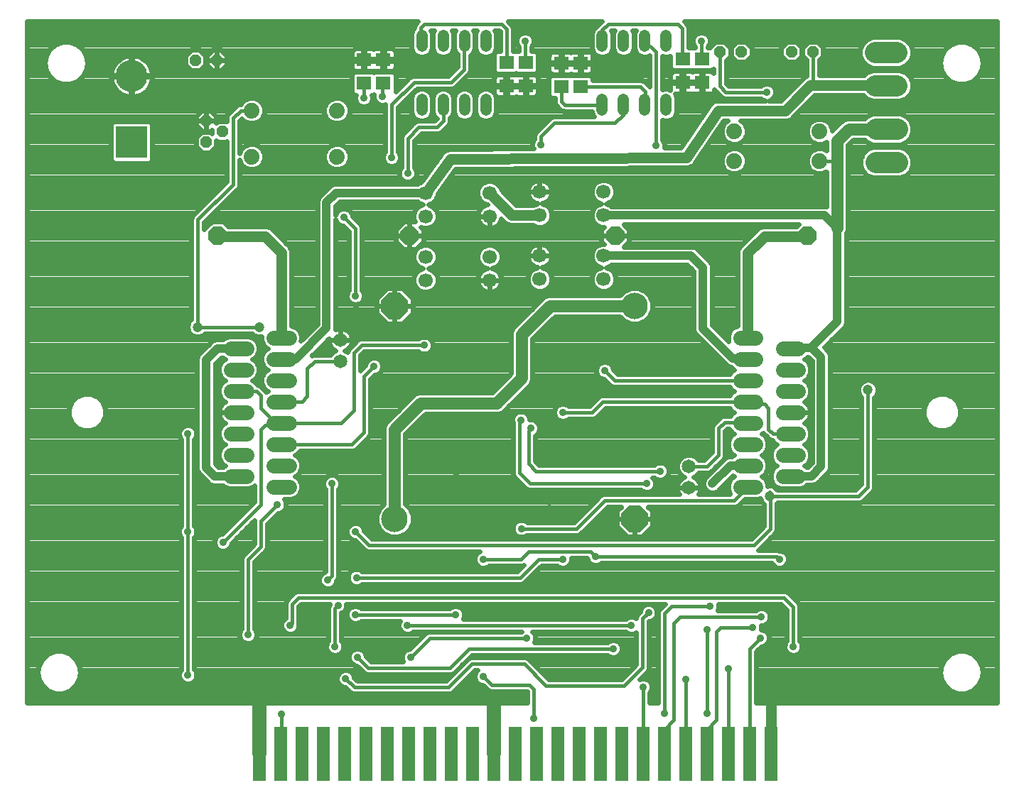
<source format=gbl>
G75*
G70*
%OFA0B0*%
%FSLAX24Y24*%
%IPPOS*%
%LPD*%
%AMOC8*
5,1,8,0,0,1.08239X$1,22.5*
%
%ADD10C,0.0709*%
%ADD11C,0.1004*%
%ADD12C,0.0669*%
%ADD13OC8,0.0520*%
%ADD14C,0.0740*%
%ADD15OC8,0.0860*%
%ADD16C,0.0650*%
%ADD17C,0.1240*%
%ADD18OC8,0.1240*%
%ADD19R,0.1500X0.1500*%
%ADD20C,0.1500*%
%ADD21R,0.0600X0.2550*%
%ADD22C,0.0520*%
%ADD23R,0.0709X0.0630*%
%ADD24C,0.0160*%
%ADD25C,0.0356*%
%ADD26C,0.0400*%
%ADD27C,0.0320*%
%ADD28C,0.0500*%
%ADD29C,0.0240*%
%ADD30C,0.0660*%
%ADD31C,0.0560*%
%ADD32C,0.0472*%
D10*
X012991Y016333D02*
X013700Y016333D01*
X013700Y017333D02*
X012991Y017333D01*
X012991Y018333D02*
X013700Y018333D01*
X013700Y019333D02*
X012991Y019333D01*
X012991Y020333D02*
X013700Y020333D01*
X013700Y021333D02*
X012991Y021333D01*
X012991Y022333D02*
X013700Y022333D01*
X013700Y023333D02*
X012991Y023333D01*
X011700Y022833D02*
X010991Y022833D01*
X010991Y021833D02*
X011700Y021833D01*
X011700Y020833D02*
X010991Y020833D01*
X010991Y019833D02*
X011700Y019833D01*
X011700Y018833D02*
X010991Y018833D01*
X010991Y017833D02*
X011700Y017833D01*
X011700Y016833D02*
X010991Y016833D01*
X034871Y017333D02*
X035580Y017333D01*
X035580Y016333D02*
X034871Y016333D01*
X036871Y016833D02*
X037580Y016833D01*
X037580Y017833D02*
X036871Y017833D01*
X036871Y018833D02*
X037580Y018833D01*
X037580Y019833D02*
X036871Y019833D01*
X036871Y020833D02*
X037580Y020833D01*
X037580Y021833D02*
X036871Y021833D01*
X036871Y022833D02*
X037580Y022833D01*
X035580Y023333D02*
X034871Y023333D01*
X034871Y022333D02*
X035580Y022333D01*
X035580Y021333D02*
X034871Y021333D01*
X034871Y020333D02*
X035580Y020333D01*
X035580Y019333D02*
X034871Y019333D01*
X034871Y018333D02*
X035580Y018333D01*
D11*
X041236Y031571D02*
X042240Y031571D01*
X042240Y033130D02*
X041236Y033130D01*
X041215Y035171D02*
X042219Y035171D01*
X042219Y036730D02*
X041215Y036730D01*
D12*
X028460Y030191D03*
X028460Y029091D03*
X028460Y027191D03*
X028460Y026091D03*
X025460Y026091D03*
X025460Y027191D03*
X025460Y029091D03*
X025460Y030191D03*
X023110Y030141D03*
X023110Y029041D03*
X023110Y027141D03*
X023110Y026041D03*
X020110Y026041D03*
X020110Y027141D03*
X020110Y029041D03*
X020110Y030141D03*
D13*
X010566Y033022D03*
X009816Y033522D03*
X009816Y032522D03*
X010316Y036368D03*
X009316Y036368D03*
X033922Y036762D03*
X034922Y036762D03*
X037269Y036762D03*
X038269Y036762D03*
D14*
X038588Y033022D03*
X038588Y031644D03*
X034588Y031644D03*
X034588Y033022D03*
X015950Y034006D03*
X015950Y031841D03*
X011950Y031841D03*
X011950Y034006D03*
D15*
X010360Y028141D03*
X019360Y028141D03*
X029010Y028141D03*
X038010Y028141D03*
D16*
X032460Y017291D03*
X032460Y016291D03*
X016110Y022241D03*
X016110Y023241D03*
D17*
X018660Y014833D03*
X029910Y024833D03*
D18*
X018660Y024833D03*
X029910Y014833D03*
D19*
X006325Y032515D03*
D20*
X006325Y035620D03*
D21*
X012304Y003800D03*
X013304Y003800D03*
X014304Y003800D03*
X015304Y003800D03*
X016304Y003800D03*
X017304Y003800D03*
X018304Y003800D03*
X019304Y003800D03*
X020304Y003800D03*
X021304Y003800D03*
X022304Y003800D03*
X023304Y003800D03*
X024304Y003800D03*
X025304Y003800D03*
X026304Y003800D03*
X027304Y003800D03*
X028304Y003800D03*
X029304Y003800D03*
X030304Y003800D03*
X031304Y003800D03*
X032304Y003800D03*
X033304Y003800D03*
X034304Y003800D03*
X035304Y003800D03*
X036304Y003800D03*
D22*
X031395Y034018D02*
X031395Y034538D01*
X030395Y034538D02*
X030395Y034018D01*
X029395Y034018D02*
X029395Y034538D01*
X028395Y034538D02*
X028395Y034018D01*
X028395Y037018D02*
X028395Y037538D01*
X029395Y037538D02*
X029395Y037018D01*
X030395Y037018D02*
X030395Y037538D01*
X031395Y037538D02*
X031395Y037018D01*
X022930Y037018D02*
X022930Y037538D01*
X021930Y037538D02*
X021930Y037018D01*
X020930Y037018D02*
X020930Y037538D01*
X019930Y037538D02*
X019930Y037018D01*
X019930Y034538D02*
X019930Y034018D01*
X020930Y034018D02*
X020930Y034538D01*
X021930Y034538D02*
X021930Y034018D01*
X022930Y034018D02*
X022930Y034538D01*
D23*
X023897Y035172D03*
X024806Y035172D03*
X024806Y036274D03*
X023897Y036274D03*
X026469Y036234D03*
X027379Y036234D03*
X027379Y035131D03*
X026469Y035131D03*
X032166Y035322D03*
X033076Y035322D03*
X033076Y036424D03*
X032166Y036424D03*
X018129Y036384D03*
X017219Y036384D03*
X017219Y035281D03*
X018129Y035281D03*
D24*
X018084Y035236D01*
X018084Y034675D01*
X018517Y034282D02*
X019580Y035345D01*
X021312Y035345D01*
X021903Y035935D01*
X021903Y037250D01*
X021930Y037278D01*
X023674Y038061D02*
X020052Y038061D01*
X019895Y037904D01*
X019895Y037313D01*
X019930Y037278D01*
X017219Y035281D02*
X017218Y035279D01*
X017218Y034597D01*
X018517Y034282D02*
X018517Y031801D01*
X019265Y031053D02*
X019265Y032707D01*
X019777Y033219D01*
X020643Y033219D01*
X020958Y033534D01*
X020958Y034250D01*
X020930Y034278D01*
X023897Y036274D02*
X023897Y037839D01*
X023674Y038061D01*
X024777Y037274D02*
X024777Y036304D01*
X024806Y036274D01*
X026469Y035131D02*
X026469Y034439D01*
X026631Y034278D01*
X028395Y034278D01*
X029383Y034266D02*
X029383Y033809D01*
X028989Y033415D01*
X026155Y033415D01*
X025525Y032786D01*
X025525Y032392D01*
X027379Y035131D02*
X030187Y035131D01*
X030406Y034911D01*
X030406Y034289D01*
X030395Y034278D01*
X029395Y034278D02*
X029383Y034266D01*
X030918Y032352D02*
X030918Y036754D01*
X030395Y037278D01*
X031942Y038061D02*
X028674Y038061D01*
X028395Y037782D01*
X028395Y037278D01*
X031942Y038061D02*
X032139Y037864D01*
X032139Y036452D01*
X032166Y036424D01*
X033044Y036456D02*
X033044Y037274D01*
X033044Y036456D02*
X033076Y036424D01*
X033910Y036750D02*
X033922Y036762D01*
X033910Y036750D02*
X033910Y035148D01*
X034186Y034872D01*
X036115Y034872D01*
X038162Y035187D02*
X038269Y035293D01*
X038269Y036762D01*
X038588Y031644D02*
X039422Y031644D01*
X028985Y021333D02*
X028517Y021801D01*
X028985Y021333D02*
X035225Y021333D01*
X035225Y020333D02*
X028426Y020333D01*
X027926Y019833D01*
X026548Y019833D01*
X025052Y019085D02*
X024934Y018967D01*
X024934Y017431D01*
X025288Y017077D01*
X031115Y017077D01*
X030485Y016486D02*
X025013Y016486D01*
X024501Y016998D01*
X024501Y019400D01*
X024580Y019478D01*
X020052Y022982D02*
X017099Y022982D01*
X016760Y022643D01*
X016760Y019941D01*
X016151Y019331D01*
X013347Y019331D01*
X013345Y019333D01*
X013255Y019242D01*
X012572Y019242D01*
X012375Y019045D01*
X012375Y015502D01*
X010603Y013730D01*
X011784Y012943D02*
X012375Y013534D01*
X012375Y014715D01*
X013162Y015502D01*
X015721Y016486D02*
X015721Y012156D01*
X015525Y011959D01*
X015997Y010778D02*
X015860Y010641D01*
X015860Y008841D01*
X016910Y008341D02*
X017410Y007841D01*
X021260Y007841D01*
X022160Y008741D01*
X028910Y008741D01*
X029760Y009841D02*
X019260Y009841D01*
X020310Y009241D02*
X019410Y008341D01*
X020310Y009241D02*
X024860Y009241D01*
X024737Y008022D02*
X025761Y006998D01*
X029422Y006998D01*
X030288Y007864D01*
X030288Y010148D01*
X030564Y010423D01*
X031310Y010391D02*
X031660Y010741D01*
X033460Y010741D01*
X033960Y009741D02*
X035460Y009741D01*
X035860Y010241D02*
X032060Y010241D01*
X031760Y009941D01*
X031760Y005391D01*
X031304Y004935D01*
X031304Y003800D01*
X030304Y003800D02*
X030304Y006141D01*
X030310Y006941D01*
X031310Y005691D02*
X031310Y010391D01*
X033310Y009641D02*
X033310Y005691D01*
X033760Y005391D02*
X033760Y009541D01*
X033960Y009741D01*
X035304Y008735D02*
X035810Y009241D01*
X035304Y008735D02*
X035304Y003800D01*
X034304Y003800D02*
X034304Y007785D01*
X034310Y007791D01*
X032310Y007291D02*
X032310Y003800D01*
X032304Y003800D01*
X033304Y003800D02*
X033304Y004935D01*
X033760Y005391D01*
X037360Y008841D02*
X037360Y010691D01*
X036910Y011141D01*
X014160Y011141D01*
X013860Y010841D01*
X013860Y009941D01*
X013760Y009841D01*
X011784Y009400D02*
X011784Y012943D01*
X008960Y014237D02*
X008960Y007499D01*
X013359Y005660D02*
X013359Y003800D01*
X013304Y003800D01*
X016782Y006919D02*
X016360Y007341D01*
X016782Y006919D02*
X021194Y006919D01*
X022296Y008022D01*
X024737Y008022D01*
X024973Y007037D02*
X023202Y007037D01*
X022808Y007431D01*
X024973Y007037D02*
X025170Y006841D01*
X025170Y005463D01*
X021517Y010341D02*
X016810Y010341D01*
X016863Y012077D02*
X024540Y012077D01*
X025406Y012943D01*
X026548Y012943D01*
X027847Y013297D02*
X028084Y013061D01*
X036588Y013061D01*
X036706Y012943D01*
X035525Y013612D02*
X036273Y014360D01*
X036273Y016080D01*
X036260Y016093D01*
X036260Y015891D01*
X040410Y015891D01*
X040860Y016341D01*
X040860Y020891D01*
X037225Y018833D02*
X036406Y018833D01*
X036194Y019045D01*
X036194Y020030D01*
X035997Y020226D01*
X035332Y020226D01*
X035225Y020333D01*
X035225Y019333D02*
X034142Y019373D01*
X033860Y019091D01*
X033860Y017841D01*
X033310Y017291D01*
X032460Y017291D01*
X034592Y015699D02*
X035225Y016333D01*
X034592Y015699D02*
X028517Y015699D01*
X027192Y014374D01*
X024599Y014380D01*
X024934Y013297D02*
X027847Y013297D01*
X024934Y013297D02*
X024580Y012943D01*
X022808Y012943D01*
X017454Y013612D02*
X035525Y013612D01*
X023110Y027141D02*
X022860Y027141D01*
X016824Y028455D02*
X016824Y025305D01*
X016110Y022241D02*
X014910Y022241D01*
X014560Y021891D01*
X014560Y020591D01*
X014301Y020331D01*
X013345Y020333D01*
X013345Y019333D02*
X013072Y019333D01*
X012375Y020030D01*
X012375Y020620D01*
X012178Y020817D01*
X011361Y020817D01*
X011345Y020833D01*
X008960Y018841D02*
X008960Y014237D01*
X013347Y018331D02*
X013345Y018333D01*
X013347Y018331D02*
X016651Y018331D01*
X017210Y018891D01*
X017210Y021519D01*
X017690Y021998D01*
X012310Y023841D02*
X009410Y023841D01*
X009422Y023853D01*
X009422Y028888D01*
X011076Y030541D01*
X011076Y033652D01*
X011430Y034006D01*
X011950Y034006D01*
X016273Y029006D02*
X016824Y028455D01*
X016824Y014242D02*
X017454Y013612D01*
D25*
X016824Y014242D03*
X016863Y012077D03*
X015525Y011959D03*
X015997Y010778D03*
X016810Y010341D03*
X015860Y008841D03*
X016910Y008341D03*
X017410Y007341D03*
X016360Y007341D03*
X019410Y008341D03*
X019260Y009841D03*
X021517Y010341D03*
X022808Y012943D03*
X024599Y014380D03*
X024383Y015778D03*
X025918Y015620D03*
X027966Y017746D03*
X026548Y019833D03*
X025052Y019085D03*
X024580Y019478D03*
X021548Y016841D03*
X026548Y012943D03*
X026863Y011723D03*
X028084Y013061D03*
X030564Y010423D03*
X029760Y009841D03*
X028910Y008741D03*
X029658Y008455D03*
X030310Y006941D03*
X031310Y005691D03*
X032310Y007291D03*
X033310Y005691D03*
X034310Y007791D03*
X035810Y009241D03*
X035460Y009741D03*
X035860Y010241D03*
X037360Y008841D03*
X033460Y010741D03*
X033310Y009641D03*
X036706Y012943D03*
X031115Y017077D03*
X030485Y016486D03*
X028517Y021801D03*
X020052Y022982D03*
X017690Y021998D03*
X016824Y025305D03*
X016273Y029006D03*
X019265Y031053D03*
X018517Y031801D03*
X018084Y034675D03*
X017218Y034597D03*
X024777Y037274D03*
X029540Y035778D03*
X032532Y034242D03*
X030918Y032352D03*
X025525Y032392D03*
X033044Y037274D03*
X036115Y034872D03*
X015721Y016486D03*
X013162Y015502D03*
X010603Y013730D03*
X008960Y014237D03*
X013760Y009841D03*
X011784Y009400D03*
X008960Y007499D03*
X013359Y005660D03*
X022808Y007431D03*
X024860Y009241D03*
X025660Y008041D03*
X025170Y005463D03*
X008960Y018841D03*
D26*
X009810Y017241D02*
X010220Y016831D01*
X011345Y016833D01*
X009810Y017241D02*
X009810Y022291D01*
X010351Y022831D01*
X011345Y022833D01*
X013338Y023339D02*
X013345Y023333D01*
X013345Y022333D02*
X014001Y022331D01*
X015460Y023791D01*
X015460Y029691D01*
X015910Y030141D01*
X020110Y030141D01*
X028460Y029091D02*
X038810Y029091D01*
X039410Y028491D01*
X039410Y024091D01*
X038192Y022873D01*
X037225Y022833D01*
X038229Y022873D01*
X038660Y022441D01*
X038660Y017291D01*
X038210Y016841D01*
X037257Y016841D01*
X037225Y016833D01*
X035225Y017333D02*
X035194Y017341D01*
X034410Y017341D01*
X033560Y016491D01*
X034510Y022373D02*
X035225Y022333D01*
X034510Y022373D02*
X033110Y023773D01*
X033110Y026641D01*
X032560Y027191D01*
X028460Y027191D01*
X013355Y017341D02*
X013345Y017333D01*
D27*
X013345Y022333D02*
X013355Y022341D01*
D28*
X013338Y023339D02*
X013338Y027335D01*
X012572Y028100D01*
X010401Y028100D01*
X010360Y028141D01*
X020110Y030127D02*
X021273Y031723D01*
X032336Y031801D01*
X033832Y034006D01*
X036981Y034006D01*
X038162Y035187D01*
X041701Y035187D01*
X041717Y035171D01*
X038010Y028141D02*
X037970Y028100D01*
X035997Y028100D01*
X035225Y027329D01*
X035225Y023333D01*
X025460Y029091D02*
X024160Y029091D01*
X023110Y030141D01*
X020110Y030141D02*
X020110Y030127D01*
X036310Y006391D02*
X036304Y006385D01*
X036304Y003800D01*
D29*
X001410Y006191D02*
X001410Y038191D01*
X019758Y038191D01*
X019725Y038158D01*
X019640Y038074D01*
X019595Y037963D01*
X019595Y037881D01*
X019523Y037810D01*
X019450Y037633D01*
X019450Y036922D01*
X019523Y036746D01*
X019658Y036611D01*
X019835Y036538D01*
X020026Y036538D01*
X020202Y036611D01*
X020337Y036746D01*
X020410Y036922D01*
X020410Y037633D01*
X020357Y037761D01*
X020503Y037761D01*
X020450Y037633D01*
X020450Y036922D01*
X020523Y036746D01*
X020658Y036611D01*
X020835Y036538D01*
X021026Y036538D01*
X021202Y036611D01*
X021337Y036746D01*
X021410Y036922D01*
X021410Y037633D01*
X021357Y037761D01*
X021503Y037761D01*
X021450Y037633D01*
X021450Y036922D01*
X021523Y036746D01*
X021603Y036666D01*
X021603Y036059D01*
X021188Y035645D01*
X019520Y035645D01*
X019410Y035599D01*
X019325Y035515D01*
X018703Y034892D01*
X018703Y035687D01*
X018574Y035816D01*
X017683Y035816D01*
X017674Y035807D01*
X017665Y035816D01*
X016774Y035816D01*
X016645Y035687D01*
X016645Y034875D01*
X016774Y034746D01*
X016849Y034746D01*
X016819Y034676D01*
X016819Y034517D01*
X016880Y034371D01*
X016992Y034259D01*
X017138Y034198D01*
X017297Y034198D01*
X017443Y034259D01*
X017555Y034371D01*
X017616Y034517D01*
X017616Y034676D01*
X017586Y034746D01*
X017665Y034746D01*
X017674Y034755D01*
X017683Y034746D01*
X017686Y034746D01*
X017686Y034596D01*
X017746Y034450D01*
X017858Y034338D01*
X018004Y034277D01*
X018163Y034277D01*
X018217Y034299D01*
X018217Y032064D01*
X018179Y032027D01*
X018119Y031880D01*
X018119Y031722D01*
X018179Y031576D01*
X018291Y031464D01*
X018438Y031403D01*
X018596Y031403D01*
X018742Y031464D01*
X018854Y031576D01*
X018915Y031722D01*
X018915Y031880D01*
X018854Y032027D01*
X018817Y032064D01*
X018817Y034157D01*
X019704Y035045D01*
X021372Y035045D01*
X021482Y035090D01*
X022072Y035681D01*
X022157Y035765D01*
X022203Y035875D01*
X022203Y036611D01*
X022337Y036746D01*
X022410Y036922D01*
X022410Y037633D01*
X022357Y037761D01*
X022503Y037761D01*
X022450Y037633D01*
X022450Y036922D01*
X022523Y036746D01*
X022658Y036611D01*
X022835Y036538D01*
X023026Y036538D01*
X023202Y036611D01*
X023337Y036746D01*
X023410Y036922D01*
X023410Y037633D01*
X023357Y037761D01*
X023550Y037761D01*
X023597Y037714D01*
X023597Y036809D01*
X023451Y036809D01*
X023322Y036680D01*
X023322Y035868D01*
X023451Y035739D01*
X024342Y035739D01*
X024351Y035748D01*
X024361Y035739D01*
X025252Y035739D01*
X025380Y035868D01*
X025380Y036680D01*
X025252Y036809D01*
X025077Y036809D01*
X025077Y037011D01*
X025114Y037048D01*
X025175Y037195D01*
X025175Y037353D01*
X025114Y037499D01*
X025002Y037611D01*
X024856Y037672D01*
X024697Y037672D01*
X024551Y037611D01*
X024439Y037499D01*
X024378Y037353D01*
X024378Y037195D01*
X024439Y037048D01*
X024477Y037011D01*
X024477Y036809D01*
X024361Y036809D01*
X024351Y036800D01*
X024342Y036809D01*
X024197Y036809D01*
X024197Y037898D01*
X024151Y038009D01*
X023969Y038191D01*
X028380Y038191D01*
X028141Y037952D01*
X028123Y037945D01*
X027988Y037810D01*
X027915Y037633D01*
X027915Y036922D01*
X027988Y036746D01*
X028123Y036611D01*
X028299Y036538D01*
X028490Y036538D01*
X028667Y036611D01*
X028802Y036746D01*
X028875Y036922D01*
X028875Y037633D01*
X028822Y037761D01*
X028968Y037761D01*
X028915Y037633D01*
X028915Y036922D01*
X028988Y036746D01*
X029123Y036611D01*
X029299Y036538D01*
X029490Y036538D01*
X029667Y036611D01*
X029802Y036746D01*
X029875Y036922D01*
X029875Y037633D01*
X029822Y037761D01*
X029968Y037761D01*
X029915Y037633D01*
X029915Y036922D01*
X029988Y036746D01*
X030123Y036611D01*
X030299Y036538D01*
X030490Y036538D01*
X030618Y036591D01*
X030618Y035124D01*
X030576Y035166D01*
X030357Y035386D01*
X030246Y035431D01*
X027953Y035431D01*
X027953Y035537D01*
X027824Y035666D01*
X026933Y035666D01*
X026924Y035657D01*
X026915Y035666D01*
X026024Y035666D01*
X025895Y035537D01*
X025895Y034725D01*
X026024Y034596D01*
X026169Y034596D01*
X026169Y034379D01*
X026215Y034269D01*
X026461Y034023D01*
X026571Y033978D01*
X027915Y033978D01*
X027915Y033922D01*
X027988Y033746D01*
X028018Y033715D01*
X026095Y033715D01*
X025985Y033670D01*
X025900Y033585D01*
X025270Y032955D01*
X025225Y032845D01*
X025225Y032655D01*
X025187Y032617D01*
X025126Y032471D01*
X025126Y032313D01*
X025165Y032220D01*
X021327Y032193D01*
X021292Y032201D01*
X021234Y032192D01*
X021176Y032192D01*
X021143Y032178D01*
X021107Y032172D01*
X021057Y032142D01*
X021004Y032119D01*
X020978Y032094D01*
X020948Y032075D01*
X020913Y032028D01*
X020872Y031986D01*
X020859Y031953D01*
X019918Y030662D01*
X019796Y030611D01*
X019746Y030561D01*
X015827Y030561D01*
X015673Y030497D01*
X015554Y030379D01*
X015223Y030047D01*
X015223Y030047D01*
X015104Y029929D01*
X015040Y029775D01*
X015040Y023965D01*
X014260Y023185D01*
X014274Y023219D01*
X014274Y023447D01*
X014187Y023658D01*
X014025Y023820D01*
X013814Y023907D01*
X013808Y023907D01*
X013808Y027428D01*
X013736Y027601D01*
X012970Y028367D01*
X012838Y028499D01*
X012665Y028570D01*
X010850Y028570D01*
X010630Y028791D01*
X010091Y028791D01*
X009722Y028422D01*
X009722Y028764D01*
X011330Y030371D01*
X011376Y030482D01*
X011376Y031685D01*
X011450Y031506D01*
X011616Y031340D01*
X011832Y031251D01*
X012067Y031251D01*
X012284Y031340D01*
X012450Y031506D01*
X012540Y031723D01*
X012540Y031958D01*
X012450Y032175D01*
X012284Y032341D01*
X012067Y032431D01*
X011832Y032431D01*
X011616Y032341D01*
X011450Y032175D01*
X011376Y031997D01*
X011376Y033527D01*
X011485Y033637D01*
X011616Y033506D01*
X011832Y033416D01*
X012067Y033416D01*
X012284Y033506D01*
X012450Y033672D01*
X012540Y033889D01*
X012540Y034123D01*
X012450Y034340D01*
X012284Y034506D01*
X012067Y034596D01*
X011832Y034596D01*
X011616Y034506D01*
X011450Y034340D01*
X011435Y034306D01*
X011370Y034306D01*
X011260Y034260D01*
X010906Y033906D01*
X010821Y033822D01*
X010776Y033711D01*
X010776Y033491D01*
X010765Y033502D01*
X010367Y033502D01*
X010296Y033431D01*
X010296Y033522D01*
X010296Y033721D01*
X010015Y034002D01*
X009816Y034002D01*
X009816Y033522D01*
X009816Y033522D01*
X009816Y034002D01*
X009617Y034002D01*
X009336Y033721D01*
X009336Y033522D01*
X009816Y033522D01*
X010296Y033522D01*
X009816Y033522D01*
X009816Y033522D01*
X009816Y033522D01*
X009336Y033522D01*
X009336Y033323D01*
X009617Y033042D01*
X009816Y033042D01*
X010015Y033042D01*
X010086Y033113D01*
X010086Y032931D01*
X010015Y033002D01*
X009617Y033002D01*
X009336Y032721D01*
X009336Y032323D01*
X009617Y032042D01*
X010015Y032042D01*
X010296Y032323D01*
X010296Y032613D01*
X010367Y032542D01*
X010765Y032542D01*
X010776Y032553D01*
X010776Y030666D01*
X009168Y029058D01*
X009122Y028948D01*
X009122Y024198D01*
X009024Y024099D01*
X008954Y023932D01*
X008954Y023750D01*
X009024Y023583D01*
X009152Y023454D01*
X009320Y023385D01*
X009501Y023385D01*
X009669Y023454D01*
X009756Y023541D01*
X011965Y023541D01*
X012052Y023454D01*
X012220Y023385D01*
X012401Y023385D01*
X012417Y023391D01*
X012417Y023219D01*
X012504Y023007D01*
X012666Y022846D01*
X012697Y022833D01*
X012666Y022820D01*
X012504Y022658D01*
X012417Y022447D01*
X012417Y022219D01*
X012504Y022007D01*
X012666Y021846D01*
X012697Y021833D01*
X012666Y021820D01*
X012504Y021658D01*
X012417Y021447D01*
X012417Y021219D01*
X012504Y021007D01*
X012666Y020846D01*
X012697Y020833D01*
X012666Y020820D01*
X012631Y020785D01*
X012629Y020790D01*
X012432Y020987D01*
X012348Y021071D01*
X012238Y021117D01*
X012204Y021117D01*
X012187Y021158D01*
X012025Y021320D01*
X011993Y021333D01*
X012025Y021346D01*
X012187Y021507D01*
X012274Y021719D01*
X012274Y021947D01*
X012187Y022158D01*
X012025Y022320D01*
X011993Y022333D01*
X012025Y022346D01*
X012187Y022507D01*
X012274Y022719D01*
X012274Y022947D01*
X012187Y023158D01*
X012025Y023320D01*
X011814Y023407D01*
X010877Y023407D01*
X010666Y023320D01*
X010598Y023252D01*
X010350Y023251D01*
X010267Y023251D01*
X010267Y023251D01*
X010266Y023251D01*
X010190Y023219D01*
X010113Y023187D01*
X010112Y023187D01*
X010054Y023128D01*
X009573Y022647D01*
X009454Y022529D01*
X009390Y022375D01*
X009390Y017157D01*
X009454Y017003D01*
X009864Y016593D01*
X009865Y016593D01*
X009923Y016534D01*
X009982Y016475D01*
X009983Y016475D01*
X010060Y016443D01*
X010137Y016411D01*
X010137Y016411D01*
X010137Y016411D01*
X010221Y016411D01*
X010304Y016411D01*
X010304Y016411D01*
X010600Y016412D01*
X010666Y016346D01*
X010877Y016258D01*
X011814Y016258D01*
X012025Y016346D01*
X012075Y016396D01*
X012075Y015626D01*
X010577Y014129D01*
X010524Y014129D01*
X010378Y014068D01*
X010266Y013956D01*
X010205Y013810D01*
X010205Y013651D01*
X010266Y013505D01*
X010378Y013393D01*
X010524Y013332D01*
X010683Y013332D01*
X010829Y013393D01*
X010941Y013505D01*
X011001Y013651D01*
X011001Y013704D01*
X012077Y014780D01*
X012075Y014774D01*
X012075Y013658D01*
X011530Y013113D01*
X011484Y013003D01*
X011484Y009663D01*
X011447Y009625D01*
X011386Y009479D01*
X011386Y009320D01*
X011447Y009174D01*
X011559Y009062D01*
X011705Y009002D01*
X011864Y009002D01*
X012010Y009062D01*
X012122Y009174D01*
X012183Y009320D01*
X012183Y009479D01*
X012122Y009625D01*
X012084Y009663D01*
X012084Y012819D01*
X012545Y013279D01*
X012629Y013364D01*
X012675Y013474D01*
X012675Y014590D01*
X013189Y015104D01*
X013242Y015104D01*
X013388Y015165D01*
X013500Y015277D01*
X013561Y015423D01*
X013561Y015581D01*
X013500Y015728D01*
X013469Y015758D01*
X013814Y015758D01*
X014025Y015846D01*
X014187Y016007D01*
X014274Y016219D01*
X014274Y016447D01*
X014187Y016658D01*
X014025Y016820D01*
X013993Y016833D01*
X014025Y016846D01*
X014187Y017007D01*
X014274Y017219D01*
X014274Y017447D01*
X014187Y017658D01*
X014025Y017820D01*
X013993Y017833D01*
X014025Y017846D01*
X014187Y018007D01*
X014197Y018031D01*
X016710Y018031D01*
X016821Y018077D01*
X016905Y018161D01*
X017380Y018637D01*
X017465Y018721D01*
X017510Y018831D01*
X017510Y021394D01*
X017716Y021600D01*
X017769Y021600D01*
X017915Y021661D01*
X018027Y021773D01*
X018088Y021919D01*
X018088Y022077D01*
X018027Y022224D01*
X017915Y022336D01*
X017769Y022396D01*
X017611Y022396D01*
X017464Y022336D01*
X017352Y022224D01*
X017292Y022077D01*
X017292Y022024D01*
X017060Y021793D01*
X017060Y022519D01*
X017224Y022682D01*
X019789Y022682D01*
X019827Y022645D01*
X019973Y022584D01*
X020131Y022584D01*
X020278Y022645D01*
X020390Y022757D01*
X020450Y022903D01*
X020450Y023062D01*
X020390Y023208D01*
X020278Y023320D01*
X020131Y023380D01*
X019973Y023380D01*
X019827Y023320D01*
X019789Y023282D01*
X017040Y023282D01*
X016929Y023237D01*
X016845Y023152D01*
X016506Y022813D01*
X016460Y022703D01*
X016460Y022662D01*
X016419Y022703D01*
X016329Y022741D01*
X016396Y022775D01*
X016465Y022825D01*
X016526Y022886D01*
X016577Y022955D01*
X016616Y023032D01*
X016642Y023113D01*
X016655Y023198D01*
X016655Y023241D01*
X016110Y023241D01*
X015565Y023241D01*
X015565Y023198D01*
X015579Y023113D01*
X015605Y023032D01*
X015644Y022955D01*
X015695Y022886D01*
X015755Y022825D01*
X015825Y022775D01*
X015892Y022741D01*
X015802Y022703D01*
X015648Y022550D01*
X015645Y022541D01*
X014851Y022541D01*
X014772Y022508D01*
X015569Y023305D01*
X015565Y023284D01*
X015565Y023241D01*
X016110Y023241D01*
X016110Y023241D01*
X016110Y023786D01*
X016068Y023786D01*
X015983Y023773D01*
X015901Y023746D01*
X015880Y023735D01*
X015880Y028913D01*
X015935Y028780D01*
X016047Y028668D01*
X016193Y028608D01*
X016246Y028608D01*
X016524Y028331D01*
X016524Y025568D01*
X016486Y025531D01*
X016426Y025384D01*
X016426Y025226D01*
X016486Y025080D01*
X016598Y024968D01*
X016745Y024907D01*
X016903Y024907D01*
X017049Y024968D01*
X017161Y025080D01*
X017222Y025226D01*
X017222Y025384D01*
X017161Y025531D01*
X017124Y025568D01*
X017124Y028514D01*
X017078Y028625D01*
X016671Y029032D01*
X016671Y029085D01*
X016610Y029231D01*
X016498Y029343D01*
X016352Y029404D01*
X016193Y029404D01*
X016047Y029343D01*
X015935Y029231D01*
X015880Y029099D01*
X015880Y029517D01*
X016084Y029721D01*
X019746Y029721D01*
X019796Y029671D01*
X019989Y029591D01*
X019796Y029511D01*
X019640Y029355D01*
X019556Y029151D01*
X019556Y028931D01*
X019614Y028791D01*
X019360Y028791D01*
X019091Y028791D01*
X018710Y028410D01*
X018710Y028141D01*
X018710Y027872D01*
X019091Y027491D01*
X019360Y027491D01*
X019360Y028141D01*
X018710Y028141D01*
X019360Y028141D01*
X019360Y028141D01*
X019360Y028141D01*
X019360Y028791D01*
X019360Y028141D01*
X019360Y028141D01*
X019360Y027491D01*
X019630Y027491D01*
X020010Y027872D01*
X020010Y028141D01*
X020010Y028410D01*
X019888Y028533D01*
X020000Y028486D01*
X020221Y028486D01*
X020425Y028571D01*
X020581Y028727D01*
X020665Y028931D01*
X020665Y029151D01*
X020581Y029355D01*
X020425Y029511D01*
X020232Y029591D01*
X020425Y029671D01*
X020581Y029827D01*
X020665Y030031D01*
X020665Y030090D01*
X021513Y031254D01*
X032289Y031331D01*
X032332Y031322D01*
X032382Y031332D01*
X032432Y031332D01*
X032473Y031349D01*
X032516Y031357D01*
X032558Y031385D01*
X032605Y031405D01*
X032635Y031436D01*
X032672Y031460D01*
X032700Y031502D01*
X032736Y031538D01*
X032752Y031578D01*
X034081Y033536D01*
X034287Y033536D01*
X034253Y033522D01*
X034087Y033356D01*
X033998Y033139D01*
X033998Y032904D01*
X034087Y032688D01*
X034253Y032522D01*
X034470Y032432D01*
X034705Y032432D01*
X034922Y032522D01*
X035088Y032688D01*
X035178Y032904D01*
X035178Y033139D01*
X035088Y033356D01*
X034922Y033522D01*
X034888Y033536D01*
X037075Y033536D01*
X037248Y033608D01*
X038357Y034717D01*
X040648Y034717D01*
X040806Y034559D01*
X041071Y034449D01*
X042362Y034449D01*
X042628Y034559D01*
X042831Y034762D01*
X042941Y035027D01*
X042941Y035315D01*
X042831Y035580D01*
X042628Y035783D01*
X042362Y035893D01*
X041071Y035893D01*
X040806Y035783D01*
X040680Y035657D01*
X038569Y035657D01*
X038569Y036383D01*
X038749Y036563D01*
X038749Y036961D01*
X038468Y037242D01*
X038070Y037242D01*
X037789Y036961D01*
X037789Y036563D01*
X037969Y036383D01*
X037969Y035616D01*
X037896Y035586D01*
X037764Y035453D01*
X036787Y034476D01*
X036199Y034476D01*
X036341Y034535D01*
X036453Y034647D01*
X036513Y034793D01*
X036513Y034951D01*
X036453Y035098D01*
X036341Y035210D01*
X036194Y035270D01*
X036036Y035270D01*
X035890Y035210D01*
X035852Y035172D01*
X034310Y035172D01*
X034210Y035272D01*
X034210Y036371D01*
X034402Y036563D01*
X034402Y036961D01*
X034121Y037242D01*
X033723Y037242D01*
X033442Y036961D01*
X033442Y036959D01*
X033344Y036959D01*
X033344Y037011D01*
X033382Y037048D01*
X033442Y037195D01*
X033442Y037353D01*
X033382Y037499D01*
X033270Y037611D01*
X033123Y037672D01*
X032965Y037672D01*
X032819Y037611D01*
X032707Y037499D01*
X032646Y037353D01*
X032646Y037195D01*
X032707Y037048D01*
X032744Y037011D01*
X032744Y036959D01*
X032630Y036959D01*
X032621Y036950D01*
X032612Y036959D01*
X032439Y036959D01*
X032439Y037924D01*
X032393Y038034D01*
X032309Y038119D01*
X032236Y038191D01*
X046910Y038191D01*
X046910Y006191D01*
X035604Y006191D01*
X035604Y008610D01*
X035837Y008843D01*
X035890Y008843D01*
X036036Y008904D01*
X036148Y009016D01*
X036209Y009162D01*
X036209Y009320D01*
X036148Y009467D01*
X036036Y009579D01*
X035890Y009639D01*
X035849Y009639D01*
X035859Y009662D01*
X035859Y009820D01*
X035849Y009843D01*
X035940Y009843D01*
X036086Y009904D01*
X036198Y010016D01*
X036259Y010162D01*
X036259Y010320D01*
X036198Y010467D01*
X036086Y010579D01*
X035940Y010639D01*
X035781Y010639D01*
X035635Y010579D01*
X035597Y010541D01*
X033808Y010541D01*
X033859Y010662D01*
X033859Y010820D01*
X033850Y010841D01*
X036786Y010841D01*
X037060Y010567D01*
X037060Y009104D01*
X037023Y009067D01*
X036962Y008920D01*
X036962Y008762D01*
X037023Y008616D01*
X037135Y008504D01*
X037281Y008443D01*
X037440Y008443D01*
X037586Y008504D01*
X037698Y008616D01*
X037759Y008762D01*
X037759Y008920D01*
X037698Y009067D01*
X037660Y009104D01*
X037660Y010751D01*
X037615Y010861D01*
X037165Y011311D01*
X037080Y011395D01*
X036970Y011441D01*
X014101Y011441D01*
X013990Y011395D01*
X013690Y011095D01*
X013606Y011011D01*
X013560Y010901D01*
X013560Y010189D01*
X013535Y010179D01*
X013423Y010067D01*
X013362Y009920D01*
X013362Y009762D01*
X013423Y009616D01*
X013535Y009504D01*
X013681Y009443D01*
X013840Y009443D01*
X013986Y009504D01*
X014098Y009616D01*
X014159Y009762D01*
X014159Y009877D01*
X014160Y009881D01*
X014160Y010717D01*
X014285Y010841D01*
X015599Y010841D01*
X015599Y010794D01*
X015560Y010701D01*
X015560Y009104D01*
X015523Y009067D01*
X015462Y008920D01*
X015462Y008762D01*
X015523Y008616D01*
X015635Y008504D01*
X015781Y008443D01*
X015940Y008443D01*
X016086Y008504D01*
X016198Y008616D01*
X016259Y008762D01*
X016259Y008920D01*
X016198Y009067D01*
X016160Y009104D01*
X016160Y010414D01*
X016223Y010440D01*
X016335Y010552D01*
X016395Y010698D01*
X016395Y010841D01*
X031336Y010841D01*
X031056Y010561D01*
X031010Y010451D01*
X031010Y006191D01*
X030605Y006191D01*
X030608Y006676D01*
X030648Y006716D01*
X030709Y006862D01*
X030709Y007020D01*
X030648Y007167D01*
X030536Y007279D01*
X030390Y007339D01*
X030231Y007339D01*
X030157Y007308D01*
X030458Y007610D01*
X030543Y007694D01*
X030588Y007805D01*
X030588Y010023D01*
X030590Y010025D01*
X030643Y010025D01*
X030789Y010086D01*
X030901Y010198D01*
X030962Y010344D01*
X030962Y010502D01*
X030901Y010649D01*
X030789Y010761D01*
X030643Y010821D01*
X030485Y010821D01*
X030338Y010761D01*
X030226Y010649D01*
X030166Y010502D01*
X030166Y010449D01*
X030034Y010318D01*
X029988Y010207D01*
X029988Y010176D01*
X029986Y010179D01*
X029840Y010239D01*
X029681Y010239D01*
X029535Y010179D01*
X029497Y010141D01*
X021865Y010141D01*
X021915Y010262D01*
X021915Y010420D01*
X021854Y010567D01*
X021742Y010679D01*
X021596Y010739D01*
X021438Y010739D01*
X021291Y010679D01*
X021254Y010641D01*
X017073Y010641D01*
X017036Y010679D01*
X016890Y010739D01*
X016731Y010739D01*
X016585Y010679D01*
X016473Y010567D01*
X016412Y010420D01*
X016412Y010262D01*
X016473Y010116D01*
X016585Y010004D01*
X016731Y009943D01*
X016890Y009943D01*
X017036Y010004D01*
X017073Y010041D01*
X018912Y010041D01*
X018862Y009920D01*
X018862Y009762D01*
X018923Y009616D01*
X019035Y009504D01*
X019181Y009443D01*
X019340Y009443D01*
X019486Y009504D01*
X019523Y009541D01*
X024597Y009541D01*
X020251Y009541D01*
X020140Y009495D01*
X019384Y008739D01*
X019331Y008739D01*
X019185Y008679D01*
X019073Y008567D01*
X019012Y008420D01*
X019012Y008262D01*
X019062Y008141D01*
X017535Y008141D01*
X017309Y008367D01*
X017309Y008420D01*
X017248Y008567D01*
X017136Y008679D01*
X016990Y008739D01*
X016831Y008739D01*
X016685Y008679D01*
X016573Y008567D01*
X016512Y008420D01*
X016512Y008262D01*
X016573Y008116D01*
X016685Y008004D01*
X016831Y007943D01*
X016884Y007943D01*
X017240Y007587D01*
X017351Y007541D01*
X021320Y007541D01*
X021430Y007587D01*
X021515Y007671D01*
X022285Y008441D01*
X028647Y008441D01*
X028685Y008404D01*
X028831Y008343D01*
X028990Y008343D01*
X029136Y008404D01*
X029248Y008516D01*
X029309Y008662D01*
X029309Y008820D01*
X029248Y008967D01*
X029136Y009079D01*
X028990Y009139D01*
X028831Y009139D01*
X028685Y009079D01*
X028647Y009041D01*
X025208Y009041D01*
X025259Y009162D01*
X025259Y009320D01*
X025198Y009467D01*
X025123Y009541D01*
X029497Y009541D01*
X029535Y009504D01*
X029681Y009443D01*
X029840Y009443D01*
X029986Y009504D01*
X029988Y009506D01*
X029988Y007989D01*
X029298Y007298D01*
X025885Y007298D01*
X024907Y008276D01*
X024797Y008322D01*
X022237Y008322D01*
X022126Y008276D01*
X022042Y008192D01*
X021070Y007219D01*
X016906Y007219D01*
X016759Y007367D01*
X016759Y007420D01*
X016698Y007567D01*
X016586Y007679D01*
X016440Y007739D01*
X016281Y007739D01*
X016135Y007679D01*
X016023Y007567D01*
X015962Y007420D01*
X015962Y007262D01*
X016023Y007116D01*
X016135Y007004D01*
X016281Y006943D01*
X016334Y006943D01*
X016612Y006665D01*
X016722Y006619D01*
X021254Y006619D01*
X021364Y006665D01*
X021448Y006749D01*
X021448Y006749D01*
X022421Y007722D01*
X022536Y007722D01*
X022471Y007657D01*
X022410Y007510D01*
X022410Y007352D01*
X022471Y007206D01*
X022583Y007094D01*
X022729Y007033D01*
X022782Y007033D01*
X023032Y006783D01*
X023142Y006737D01*
X024849Y006737D01*
X024870Y006716D01*
X024870Y006191D01*
X001410Y006191D01*
X001410Y006315D02*
X024870Y006315D01*
X024870Y006553D02*
X001410Y006553D01*
X001410Y006792D02*
X002367Y006792D01*
X002408Y006757D02*
X002140Y006982D01*
X002140Y006982D01*
X001966Y007284D01*
X001966Y007284D01*
X001905Y007628D01*
X001905Y007628D01*
X001966Y007972D01*
X001966Y007972D01*
X002140Y008274D01*
X002140Y008274D01*
X002140Y008274D01*
X002408Y008499D01*
X002408Y008499D01*
X002736Y008618D01*
X003085Y008618D01*
X003413Y008499D01*
X003413Y008499D01*
X003681Y008274D01*
X003681Y008274D01*
X003855Y007972D01*
X003916Y007628D01*
X003916Y007628D01*
X003855Y007284D01*
X003855Y007284D01*
X003681Y006982D01*
X003681Y006982D01*
X003681Y006982D01*
X003413Y006757D01*
X003413Y006757D01*
X003085Y006638D01*
X002859Y006638D01*
X002736Y006638D01*
X002408Y006757D01*
X002408Y006757D01*
X002113Y007030D02*
X001410Y007030D01*
X001410Y007269D02*
X001975Y007269D01*
X001926Y007507D02*
X001410Y007507D01*
X001410Y007746D02*
X001926Y007746D01*
X001973Y007984D02*
X001410Y007984D01*
X001410Y008223D02*
X002111Y008223D01*
X002363Y008461D02*
X001410Y008461D01*
X001410Y008700D02*
X008660Y008700D01*
X008660Y008938D02*
X001410Y008938D01*
X001410Y009177D02*
X008660Y009177D01*
X008660Y009415D02*
X001410Y009415D01*
X001410Y009654D02*
X008660Y009654D01*
X008660Y009892D02*
X001410Y009892D01*
X001410Y010131D02*
X008660Y010131D01*
X008660Y010369D02*
X001410Y010369D01*
X001410Y010608D02*
X008660Y010608D01*
X008660Y010846D02*
X001410Y010846D01*
X001410Y011085D02*
X008660Y011085D01*
X008660Y011323D02*
X001410Y011323D01*
X001410Y011562D02*
X008660Y011562D01*
X008660Y011800D02*
X001410Y011800D01*
X001410Y012039D02*
X008660Y012039D01*
X008660Y012277D02*
X001410Y012277D01*
X001410Y012516D02*
X008660Y012516D01*
X008660Y012754D02*
X001410Y012754D01*
X001410Y012993D02*
X008660Y012993D01*
X008660Y013231D02*
X001410Y013231D01*
X001410Y013470D02*
X008660Y013470D01*
X008660Y013708D02*
X001410Y013708D01*
X001410Y013947D02*
X008660Y013947D01*
X008660Y013974D02*
X008660Y007762D01*
X008623Y007725D01*
X008562Y007578D01*
X008562Y007420D01*
X008623Y007274D01*
X008735Y007162D01*
X008881Y007101D01*
X009040Y007101D01*
X009186Y007162D01*
X009298Y007274D01*
X009359Y007420D01*
X009359Y007578D01*
X009298Y007725D01*
X009260Y007762D01*
X009260Y013974D01*
X009298Y014011D01*
X009359Y014157D01*
X009359Y014316D01*
X009298Y014462D01*
X009260Y014500D01*
X009260Y018578D01*
X009298Y018616D01*
X009359Y018762D01*
X009359Y018920D01*
X009298Y019067D01*
X009186Y019179D01*
X009040Y019239D01*
X008881Y019239D01*
X008735Y019179D01*
X008623Y019067D01*
X008562Y018920D01*
X008562Y018762D01*
X008623Y018616D01*
X008660Y018578D01*
X008660Y014500D01*
X008623Y014462D01*
X008562Y014316D01*
X008562Y014157D01*
X008623Y014011D01*
X008660Y013974D01*
X008562Y014185D02*
X001410Y014185D01*
X001410Y014424D02*
X008607Y014424D01*
X008660Y014662D02*
X001410Y014662D01*
X001410Y014901D02*
X008660Y014901D01*
X008660Y015139D02*
X001410Y015139D01*
X001410Y015378D02*
X008660Y015378D01*
X008660Y015616D02*
X001410Y015616D01*
X001410Y015855D02*
X008660Y015855D01*
X008660Y016093D02*
X001410Y016093D01*
X001410Y016332D02*
X008660Y016332D01*
X008660Y016570D02*
X001410Y016570D01*
X001410Y016809D02*
X008660Y016809D01*
X008660Y017047D02*
X001410Y017047D01*
X001410Y017286D02*
X008660Y017286D01*
X008660Y017524D02*
X001410Y017524D01*
X001410Y017763D02*
X008660Y017763D01*
X008660Y018001D02*
X001410Y018001D01*
X001410Y018240D02*
X008660Y018240D01*
X008660Y018478D02*
X001410Y018478D01*
X001410Y018717D02*
X008581Y018717D01*
X008577Y018955D02*
X001410Y018955D01*
X001410Y019194D02*
X003673Y019194D01*
X003754Y019112D02*
X004067Y018983D01*
X004405Y018983D01*
X004717Y019112D01*
X004956Y019351D01*
X005086Y019664D01*
X005086Y020002D01*
X004956Y020314D01*
X004717Y020553D01*
X004405Y020683D01*
X004067Y020683D01*
X003754Y020553D01*
X003515Y020314D01*
X003386Y020002D01*
X003386Y019664D01*
X003515Y019351D01*
X003754Y019112D01*
X003482Y019432D02*
X001410Y019432D01*
X001410Y019671D02*
X003386Y019671D01*
X003386Y019909D02*
X001410Y019909D01*
X001410Y020148D02*
X003446Y020148D01*
X003587Y020386D02*
X001410Y020386D01*
X001410Y020625D02*
X003926Y020625D01*
X004545Y020625D02*
X009390Y020625D01*
X009390Y020863D02*
X001410Y020863D01*
X001410Y021102D02*
X009390Y021102D01*
X009390Y021340D02*
X001410Y021340D01*
X001410Y021579D02*
X009390Y021579D01*
X009390Y021817D02*
X001410Y021817D01*
X001410Y022056D02*
X009390Y022056D01*
X009390Y022294D02*
X001410Y022294D01*
X001410Y022533D02*
X009458Y022533D01*
X009696Y022771D02*
X001410Y022771D01*
X001410Y023010D02*
X009935Y023010D01*
X010112Y023187D02*
X010112Y023187D01*
X010259Y023248D02*
X001410Y023248D01*
X001410Y023487D02*
X009120Y023487D01*
X008965Y023725D02*
X001410Y023725D01*
X001410Y023964D02*
X008967Y023964D01*
X009122Y024202D02*
X001410Y024202D01*
X001410Y024441D02*
X009122Y024441D01*
X009122Y024679D02*
X001410Y024679D01*
X001410Y024918D02*
X009122Y024918D01*
X009122Y025156D02*
X001410Y025156D01*
X001410Y025395D02*
X009122Y025395D01*
X009122Y025633D02*
X001410Y025633D01*
X001410Y025872D02*
X009122Y025872D01*
X009122Y026110D02*
X001410Y026110D01*
X001410Y026349D02*
X009122Y026349D01*
X009122Y026587D02*
X001410Y026587D01*
X001410Y026826D02*
X009122Y026826D01*
X009122Y027064D02*
X001410Y027064D01*
X001410Y027303D02*
X009122Y027303D01*
X009122Y027541D02*
X001410Y027541D01*
X001410Y027780D02*
X009122Y027780D01*
X009122Y028018D02*
X001410Y028018D01*
X001410Y028257D02*
X009122Y028257D01*
X009122Y028495D02*
X001410Y028495D01*
X001410Y028734D02*
X009122Y028734D01*
X009132Y028972D02*
X001410Y028972D01*
X001410Y029211D02*
X009321Y029211D01*
X009559Y029449D02*
X001410Y029449D01*
X001410Y029688D02*
X009798Y029688D01*
X010036Y029926D02*
X001410Y029926D01*
X001410Y030165D02*
X010275Y030165D01*
X010513Y030403D02*
X001410Y030403D01*
X001410Y030642D02*
X010752Y030642D01*
X010776Y030880D02*
X001410Y030880D01*
X001410Y031119D02*
X010776Y031119D01*
X010776Y031357D02*
X001410Y031357D01*
X001410Y031596D02*
X005433Y031596D01*
X005484Y031545D02*
X007166Y031545D01*
X007295Y031674D01*
X007295Y033356D01*
X007166Y033485D01*
X005484Y033485D01*
X005355Y033356D01*
X005355Y031674D01*
X005484Y031545D01*
X005355Y031834D02*
X001410Y031834D01*
X001410Y032073D02*
X005355Y032073D01*
X005355Y032311D02*
X001410Y032311D01*
X001410Y032550D02*
X005355Y032550D01*
X005355Y032788D02*
X001410Y032788D01*
X001410Y033027D02*
X005355Y033027D01*
X005355Y033265D02*
X001410Y033265D01*
X001410Y033504D02*
X009336Y033504D01*
X009357Y033742D02*
X001410Y033742D01*
X001410Y033981D02*
X009596Y033981D01*
X009816Y033981D02*
X009816Y033981D01*
X010036Y033981D02*
X010980Y033981D01*
X010789Y033742D02*
X010274Y033742D01*
X010296Y033504D02*
X010776Y033504D01*
X011376Y033504D02*
X011621Y033504D01*
X011376Y033265D02*
X018217Y033265D01*
X018217Y033027D02*
X011376Y033027D01*
X011376Y032788D02*
X018217Y032788D01*
X018217Y032550D02*
X011376Y032550D01*
X011376Y032311D02*
X011586Y032311D01*
X011407Y032073D02*
X011376Y032073D01*
X010776Y032073D02*
X010046Y032073D01*
X010284Y032311D02*
X010776Y032311D01*
X010773Y032550D02*
X010776Y032550D01*
X010359Y032550D02*
X010296Y032550D01*
X010086Y033027D02*
X007295Y033027D01*
X007295Y033265D02*
X009394Y033265D01*
X009816Y033265D02*
X009816Y033265D01*
X009816Y033042D02*
X009816Y033522D01*
X009816Y033522D01*
X009816Y033042D01*
X009816Y033504D02*
X009816Y033504D01*
X009816Y033742D02*
X009816Y033742D01*
X009403Y032788D02*
X007295Y032788D01*
X007295Y032550D02*
X009336Y032550D01*
X009348Y032311D02*
X007295Y032311D01*
X007295Y032073D02*
X009586Y032073D01*
X010776Y031834D02*
X007295Y031834D01*
X007217Y031596D02*
X010776Y031596D01*
X011376Y031596D02*
X011413Y031596D01*
X011376Y031357D02*
X011599Y031357D01*
X011376Y031119D02*
X018867Y031119D01*
X018867Y031132D02*
X018867Y030974D01*
X018927Y030828D01*
X019039Y030716D01*
X019186Y030655D01*
X019344Y030655D01*
X019490Y030716D01*
X019602Y030828D01*
X019663Y030974D01*
X019663Y031132D01*
X019602Y031279D01*
X019565Y031316D01*
X019565Y032583D01*
X019901Y032919D01*
X020702Y032919D01*
X020813Y032964D01*
X021128Y033279D01*
X021212Y033364D01*
X021258Y033474D01*
X021258Y033666D01*
X021337Y033746D01*
X021410Y033922D01*
X021410Y034633D01*
X021337Y034810D01*
X021202Y034945D01*
X021026Y035018D01*
X020835Y035018D01*
X020658Y034945D01*
X020523Y034810D01*
X020450Y034633D01*
X020450Y033922D01*
X020523Y033746D01*
X020634Y033635D01*
X020518Y033519D01*
X019717Y033519D01*
X019607Y033473D01*
X019522Y033389D01*
X019010Y032877D01*
X018965Y032766D01*
X018965Y031316D01*
X018927Y031279D01*
X018867Y031132D01*
X018965Y031357D02*
X016301Y031357D01*
X016284Y031340D02*
X016450Y031506D01*
X016540Y031723D01*
X016540Y031958D01*
X016450Y032175D01*
X016284Y032341D01*
X016067Y032431D01*
X015832Y032431D01*
X015616Y032341D01*
X015450Y032175D01*
X015360Y031958D01*
X015360Y031723D01*
X015450Y031506D01*
X015616Y031340D01*
X015832Y031251D01*
X016067Y031251D01*
X016284Y031340D01*
X016487Y031596D02*
X018171Y031596D01*
X018119Y031834D02*
X016540Y031834D01*
X016492Y032073D02*
X018217Y032073D01*
X018217Y032311D02*
X016314Y032311D01*
X015586Y032311D02*
X012314Y032311D01*
X012492Y032073D02*
X015407Y032073D01*
X015360Y031834D02*
X012540Y031834D01*
X012487Y031596D02*
X015413Y031596D01*
X015599Y031357D02*
X012301Y031357D01*
X011376Y030880D02*
X018906Y030880D01*
X018862Y031596D02*
X018965Y031596D01*
X018965Y031834D02*
X018915Y031834D01*
X018965Y032073D02*
X018817Y032073D01*
X018817Y032311D02*
X018965Y032311D01*
X018965Y032550D02*
X018817Y032550D01*
X018817Y032788D02*
X018974Y032788D01*
X018817Y033027D02*
X019160Y033027D01*
X019399Y033265D02*
X018817Y033265D01*
X018817Y033504D02*
X019681Y033504D01*
X019658Y033611D02*
X019835Y033538D01*
X020026Y033538D01*
X020202Y033611D01*
X020337Y033746D01*
X020410Y033922D01*
X020410Y034633D01*
X020337Y034810D01*
X020202Y034945D01*
X020026Y035018D01*
X019835Y035018D01*
X019658Y034945D01*
X019523Y034810D01*
X019450Y034633D01*
X019450Y033922D01*
X019523Y033746D01*
X019658Y033611D01*
X019527Y033742D02*
X018817Y033742D01*
X018817Y033981D02*
X019450Y033981D01*
X019450Y034219D02*
X018878Y034219D01*
X019117Y034458D02*
X019450Y034458D01*
X019476Y034696D02*
X019355Y034696D01*
X019594Y034935D02*
X019648Y034935D01*
X020212Y034935D02*
X020648Y034935D01*
X020476Y034696D02*
X020384Y034696D01*
X020410Y034458D02*
X020450Y034458D01*
X020450Y034219D02*
X020410Y034219D01*
X020410Y033981D02*
X020450Y033981D01*
X020527Y033742D02*
X020333Y033742D01*
X020875Y033027D02*
X025341Y033027D01*
X025225Y032788D02*
X019770Y032788D01*
X019565Y032550D02*
X025159Y032550D01*
X025127Y032311D02*
X019565Y032311D01*
X019565Y032073D02*
X020946Y032073D01*
X020772Y031834D02*
X019565Y031834D01*
X019565Y031596D02*
X020599Y031596D01*
X020425Y031357D02*
X019565Y031357D01*
X019663Y031119D02*
X020251Y031119D01*
X020077Y030880D02*
X019624Y030880D01*
X019869Y030642D02*
X011376Y030642D01*
X011343Y030403D02*
X015578Y030403D01*
X015554Y030379D02*
X015554Y030379D01*
X015340Y030165D02*
X011123Y030165D01*
X010885Y029926D02*
X015103Y029926D01*
X015040Y029688D02*
X010646Y029688D01*
X010408Y029449D02*
X015040Y029449D01*
X015040Y029211D02*
X010169Y029211D01*
X009931Y028972D02*
X015040Y028972D01*
X015040Y028734D02*
X010687Y028734D01*
X010034Y028734D02*
X009722Y028734D01*
X009722Y028495D02*
X009795Y028495D01*
X012842Y028495D02*
X015040Y028495D01*
X015040Y028257D02*
X013080Y028257D01*
X013319Y028018D02*
X015040Y028018D01*
X015040Y027780D02*
X013557Y027780D01*
X013761Y027541D02*
X015040Y027541D01*
X015040Y027303D02*
X013808Y027303D01*
X013808Y027064D02*
X015040Y027064D01*
X015040Y026826D02*
X013808Y026826D01*
X013808Y026587D02*
X015040Y026587D01*
X015040Y026349D02*
X013808Y026349D01*
X013808Y026110D02*
X015040Y026110D01*
X015040Y025872D02*
X013808Y025872D01*
X013808Y025633D02*
X015040Y025633D01*
X015040Y025395D02*
X013808Y025395D01*
X013808Y025156D02*
X015040Y025156D01*
X015040Y024918D02*
X013808Y024918D01*
X013808Y024679D02*
X015040Y024679D01*
X015040Y024441D02*
X013808Y024441D01*
X013808Y024202D02*
X015040Y024202D01*
X015039Y023964D02*
X013808Y023964D01*
X014120Y023725D02*
X014800Y023725D01*
X014562Y023487D02*
X014258Y023487D01*
X014274Y023248D02*
X014323Y023248D01*
X015034Y022771D02*
X015832Y022771D01*
X015617Y023010D02*
X015273Y023010D01*
X015511Y023248D02*
X015565Y023248D01*
X016110Y023248D02*
X016110Y023248D01*
X016110Y023241D02*
X016110Y023241D01*
X016110Y023786D01*
X016153Y023786D01*
X016238Y023773D01*
X016320Y023746D01*
X016396Y023707D01*
X016465Y023657D01*
X016526Y023596D01*
X016577Y023527D01*
X016616Y023450D01*
X016642Y023369D01*
X016655Y023284D01*
X016655Y023241D01*
X016110Y023241D01*
X016110Y023241D01*
X016110Y023487D02*
X016110Y023487D01*
X016110Y023725D02*
X016110Y023725D01*
X016361Y023725D02*
X024174Y023725D01*
X024195Y023777D02*
X024119Y023594D01*
X024119Y021654D01*
X023231Y020766D01*
X019795Y020766D01*
X019611Y020690D01*
X019471Y020549D01*
X018237Y019315D01*
X018160Y019131D01*
X018160Y015521D01*
X017948Y015309D01*
X017820Y015000D01*
X017820Y014666D01*
X017948Y014357D01*
X018185Y014121D01*
X018493Y013993D01*
X018828Y013993D01*
X019136Y014121D01*
X019373Y014357D01*
X019500Y014666D01*
X019500Y015000D01*
X019373Y015309D01*
X019160Y015521D01*
X019160Y018824D01*
X020102Y019766D01*
X023537Y019766D01*
X023721Y019842D01*
X025043Y021164D01*
X025119Y021347D01*
X025119Y023287D01*
X026165Y024333D01*
X029222Y024333D01*
X029435Y024121D01*
X029743Y023993D01*
X030078Y023993D01*
X030386Y024121D01*
X030623Y024357D01*
X030750Y024666D01*
X030750Y025000D01*
X030623Y025309D01*
X030386Y025545D01*
X030078Y025673D01*
X029743Y025673D01*
X029435Y025545D01*
X029222Y025333D01*
X025858Y025333D01*
X025674Y025257D01*
X025534Y025116D01*
X024195Y023777D01*
X024381Y023964D02*
X015880Y023964D01*
X015880Y024202D02*
X018103Y024202D01*
X018312Y023993D02*
X017820Y024485D01*
X017820Y024833D01*
X018660Y024833D01*
X018660Y024833D01*
X018660Y025673D01*
X018312Y025673D01*
X017820Y025181D01*
X017820Y024833D01*
X018660Y024833D01*
X018660Y024833D01*
X018660Y025673D01*
X019008Y025673D01*
X019500Y025181D01*
X019500Y024833D01*
X018660Y024833D01*
X018660Y024833D01*
X018660Y023993D01*
X018312Y023993D01*
X018660Y023993D02*
X019008Y023993D01*
X019500Y024485D01*
X019500Y024833D01*
X018660Y024833D01*
X018660Y024833D01*
X018660Y023993D01*
X018660Y024202D02*
X018660Y024202D01*
X018660Y024441D02*
X018660Y024441D01*
X018660Y024679D02*
X018660Y024679D01*
X018660Y024918D02*
X018660Y024918D01*
X018660Y025156D02*
X018660Y025156D01*
X018660Y025395D02*
X018660Y025395D01*
X018660Y025633D02*
X018660Y025633D01*
X018273Y025633D02*
X017124Y025633D01*
X017124Y025872D02*
X019580Y025872D01*
X019556Y025931D02*
X019640Y025727D01*
X019796Y025571D01*
X020000Y025486D01*
X020221Y025486D01*
X020425Y025571D01*
X020581Y025727D01*
X020665Y025931D01*
X020665Y026151D01*
X020581Y026355D01*
X020425Y026511D01*
X020232Y026591D01*
X020425Y026671D01*
X020581Y026827D01*
X020665Y027031D01*
X020665Y027251D01*
X020581Y027455D01*
X020425Y027611D01*
X020221Y027696D01*
X020000Y027696D01*
X019796Y027611D01*
X019640Y027455D01*
X019556Y027251D01*
X019556Y027031D01*
X019640Y026827D01*
X019796Y026671D01*
X019989Y026591D01*
X019796Y026511D01*
X019640Y026355D01*
X019556Y026151D01*
X019556Y025931D01*
X019556Y026110D02*
X017124Y026110D01*
X017124Y026349D02*
X019637Y026349D01*
X019979Y026587D02*
X017124Y026587D01*
X017124Y026826D02*
X019642Y026826D01*
X019556Y027064D02*
X017124Y027064D01*
X017124Y027303D02*
X019577Y027303D01*
X019680Y027541D02*
X019726Y027541D01*
X019918Y027780D02*
X028453Y027780D01*
X028487Y027746D02*
X028350Y027746D01*
X028146Y027661D01*
X027990Y027505D01*
X027906Y027301D01*
X027906Y027081D01*
X027990Y026877D01*
X028146Y026721D01*
X028339Y026641D01*
X028146Y026561D01*
X027990Y026405D01*
X027906Y026201D01*
X027906Y025981D01*
X027990Y025777D01*
X028146Y025621D01*
X028350Y025536D01*
X028571Y025536D01*
X028775Y025621D01*
X028931Y025777D01*
X029015Y025981D01*
X029015Y026201D01*
X028931Y026405D01*
X028775Y026561D01*
X028582Y026641D01*
X028775Y026721D01*
X028825Y026771D01*
X032386Y026771D01*
X032690Y026467D01*
X032690Y023689D01*
X032754Y023535D01*
X034205Y022084D01*
X034253Y022030D01*
X034264Y022025D01*
X034273Y022016D01*
X034339Y021989D01*
X034404Y021958D01*
X034416Y021957D01*
X034427Y021953D01*
X034439Y021953D01*
X034546Y021846D01*
X034577Y021833D01*
X034546Y021820D01*
X034384Y021658D01*
X034374Y021633D01*
X029110Y021633D01*
X028915Y021827D01*
X028915Y021880D01*
X028854Y022027D01*
X028742Y022139D01*
X028596Y022199D01*
X028438Y022199D01*
X028291Y022139D01*
X028179Y022027D01*
X028119Y021880D01*
X028119Y021722D01*
X028179Y021576D01*
X028291Y021464D01*
X028438Y021403D01*
X028491Y021403D01*
X028815Y021078D01*
X028926Y021033D01*
X034374Y021033D01*
X034384Y021007D01*
X034546Y020846D01*
X034577Y020833D01*
X034546Y020820D01*
X034384Y020658D01*
X034374Y020633D01*
X028367Y020633D01*
X028256Y020587D01*
X027802Y020133D01*
X026811Y020133D01*
X026774Y020170D01*
X026627Y020231D01*
X026469Y020231D01*
X026323Y020170D01*
X026211Y020058D01*
X026150Y019912D01*
X026150Y019754D01*
X026211Y019607D01*
X026323Y019495D01*
X026469Y019435D01*
X026627Y019435D01*
X026774Y019495D01*
X026811Y019533D01*
X027986Y019533D01*
X028096Y019578D01*
X028181Y019663D01*
X028550Y020033D01*
X034374Y020033D01*
X034384Y020007D01*
X034546Y019846D01*
X034577Y019833D01*
X034546Y019820D01*
X034390Y019664D01*
X034207Y019670D01*
X034202Y019673D01*
X034147Y019673D01*
X034093Y019675D01*
X034088Y019673D01*
X034082Y019673D01*
X034032Y019652D01*
X033981Y019633D01*
X033977Y019629D01*
X033972Y019627D01*
X033934Y019589D01*
X033894Y019552D01*
X033892Y019546D01*
X033690Y019345D01*
X033606Y019261D01*
X033560Y019151D01*
X033560Y017965D01*
X033186Y017591D01*
X032926Y017591D01*
X032922Y017600D01*
X032769Y017753D01*
X032569Y017836D01*
X032352Y017836D01*
X032152Y017753D01*
X031998Y017600D01*
X031915Y017399D01*
X031915Y017183D01*
X031998Y016982D01*
X032152Y016829D01*
X032242Y016792D01*
X032175Y016757D01*
X032105Y016707D01*
X032045Y016646D01*
X031994Y016577D01*
X031955Y016500D01*
X031929Y016419D01*
X031915Y016334D01*
X031915Y016291D01*
X031915Y016248D01*
X031929Y016163D01*
X031955Y016082D01*
X031994Y016005D01*
X031999Y015999D01*
X028457Y015999D01*
X028347Y015953D01*
X028262Y015869D01*
X027068Y014674D01*
X024863Y014679D01*
X024825Y014718D01*
X024679Y014778D01*
X024520Y014778D01*
X024374Y014718D01*
X024262Y014606D01*
X024201Y014459D01*
X024201Y014301D01*
X024262Y014154D01*
X024374Y014042D01*
X024520Y013982D01*
X024679Y013982D01*
X024825Y014042D01*
X024862Y014079D01*
X027132Y014074D01*
X027132Y014074D01*
X027191Y014074D01*
X027251Y014074D01*
X027251Y014074D01*
X027252Y014074D01*
X027306Y014097D01*
X027361Y014119D01*
X027362Y014120D01*
X027404Y014162D01*
X027446Y014204D01*
X028641Y015399D01*
X029289Y015399D01*
X029070Y015181D01*
X029070Y014833D01*
X029910Y014833D01*
X029910Y014833D01*
X029070Y014833D01*
X029070Y014485D01*
X029562Y013993D01*
X029910Y013993D01*
X029910Y014833D01*
X029910Y014833D01*
X030750Y014833D01*
X030750Y015181D01*
X030532Y015399D01*
X034651Y015399D01*
X034761Y015445D01*
X035075Y015758D01*
X035694Y015758D01*
X035804Y015804D01*
X035804Y015800D01*
X035874Y015633D01*
X035973Y015534D01*
X035973Y014485D01*
X035400Y013912D01*
X017578Y013912D01*
X017222Y014268D01*
X017222Y014321D01*
X017161Y014468D01*
X017049Y014580D01*
X016903Y014640D01*
X016745Y014640D01*
X016598Y014580D01*
X016486Y014468D01*
X016426Y014321D01*
X016426Y014163D01*
X016486Y014017D01*
X016598Y013905D01*
X016745Y013844D01*
X016798Y013844D01*
X017199Y013442D01*
X017284Y013358D01*
X017394Y013312D01*
X022659Y013312D01*
X022583Y013280D01*
X022471Y013169D01*
X022410Y013022D01*
X022410Y012864D01*
X022471Y012717D01*
X022583Y012605D01*
X022729Y012545D01*
X022887Y012545D01*
X023034Y012605D01*
X023071Y012643D01*
X024639Y012643D01*
X024713Y012673D01*
X024416Y012377D01*
X017126Y012377D01*
X017089Y012414D01*
X016942Y012475D01*
X016784Y012475D01*
X016638Y012414D01*
X016526Y012302D01*
X016465Y012156D01*
X016465Y011998D01*
X016526Y011851D01*
X016638Y011739D01*
X016784Y011679D01*
X016942Y011679D01*
X017089Y011739D01*
X017126Y011777D01*
X024600Y011777D01*
X024710Y011823D01*
X025531Y012643D01*
X026285Y012643D01*
X026323Y012605D01*
X026469Y012545D01*
X026627Y012545D01*
X026774Y012605D01*
X026886Y012717D01*
X026946Y012864D01*
X026946Y012997D01*
X027686Y012997D01*
X027686Y012982D01*
X027746Y012836D01*
X027858Y012724D01*
X028004Y012663D01*
X028163Y012663D01*
X028309Y012724D01*
X028347Y012761D01*
X036350Y012761D01*
X036368Y012717D01*
X036480Y012605D01*
X036627Y012545D01*
X036785Y012545D01*
X036931Y012605D01*
X037043Y012717D01*
X037104Y012864D01*
X037104Y013022D01*
X037043Y013169D01*
X036931Y013280D01*
X036785Y013341D01*
X036696Y013341D01*
X036647Y013361D01*
X035698Y013361D01*
X036443Y014106D01*
X036527Y014190D01*
X036573Y014301D01*
X036573Y015558D01*
X036606Y015591D01*
X040470Y015591D01*
X040580Y015637D01*
X040665Y015721D01*
X041115Y016171D01*
X041160Y016281D01*
X041160Y020546D01*
X041247Y020633D01*
X041317Y020800D01*
X041317Y020982D01*
X041247Y021149D01*
X041119Y021278D01*
X040951Y021347D01*
X040770Y021347D01*
X040602Y021278D01*
X040474Y021149D01*
X040404Y020982D01*
X040404Y020800D01*
X040474Y020633D01*
X040560Y020546D01*
X040560Y016465D01*
X040286Y016191D01*
X036606Y016191D01*
X036519Y016278D01*
X036486Y016291D01*
X036430Y016347D01*
X036320Y016393D01*
X036201Y016393D01*
X036154Y016373D01*
X036154Y016447D01*
X036067Y016658D01*
X035905Y016820D01*
X035873Y016833D01*
X035905Y016846D01*
X036067Y017007D01*
X036154Y017219D01*
X036154Y017447D01*
X036067Y017658D01*
X035905Y017820D01*
X035873Y017833D01*
X035905Y017846D01*
X036067Y018007D01*
X036154Y018219D01*
X036154Y018447D01*
X036067Y018658D01*
X035905Y018820D01*
X035873Y018833D01*
X035905Y018846D01*
X035938Y018879D01*
X035940Y018875D01*
X036024Y018791D01*
X036237Y018578D01*
X036347Y018533D01*
X036374Y018533D01*
X036384Y018507D01*
X036546Y018346D01*
X036577Y018333D01*
X036546Y018320D01*
X036384Y018158D01*
X036297Y017947D01*
X036297Y017719D01*
X036384Y017507D01*
X036546Y017346D01*
X036577Y017333D01*
X036546Y017320D01*
X036384Y017158D01*
X036297Y016947D01*
X036297Y016719D01*
X036384Y016507D01*
X036546Y016346D01*
X036757Y016258D01*
X037694Y016258D01*
X037905Y016346D01*
X037980Y016421D01*
X038294Y016421D01*
X038448Y016485D01*
X038566Y016603D01*
X039016Y017053D01*
X039080Y017207D01*
X039080Y022525D01*
X039016Y022679D01*
X038898Y022797D01*
X038804Y022891D01*
X039648Y023735D01*
X039766Y023853D01*
X039830Y024007D01*
X039830Y028204D01*
X039846Y028220D01*
X039922Y028403D01*
X039922Y032382D01*
X040171Y032630D01*
X040715Y032630D01*
X040827Y032518D01*
X041092Y032408D01*
X042384Y032408D01*
X042649Y032518D01*
X042852Y032721D01*
X042962Y032986D01*
X042962Y033274D01*
X042852Y033539D01*
X042649Y033742D01*
X046910Y033742D01*
X046910Y033504D02*
X042867Y033504D01*
X042962Y033265D02*
X046910Y033265D01*
X046910Y033027D02*
X042962Y033027D01*
X042880Y032788D02*
X046910Y032788D01*
X046910Y032550D02*
X042681Y032550D01*
X042649Y032183D02*
X042384Y032293D01*
X041092Y032293D01*
X040827Y032183D01*
X040624Y031980D01*
X040514Y031715D01*
X040514Y031427D01*
X040624Y031162D01*
X040827Y030959D01*
X041092Y030849D01*
X042384Y030849D01*
X042649Y030959D01*
X042852Y031162D01*
X042962Y031427D01*
X042962Y031715D01*
X042852Y031980D01*
X042649Y032183D01*
X042759Y032073D02*
X046910Y032073D01*
X046910Y032311D02*
X039922Y032311D01*
X039922Y032073D02*
X040717Y032073D01*
X040564Y031834D02*
X039922Y031834D01*
X039922Y031596D02*
X040514Y031596D01*
X040543Y031357D02*
X039922Y031357D01*
X039922Y031119D02*
X040667Y031119D01*
X041017Y030880D02*
X039922Y030880D01*
X039922Y030642D02*
X046910Y030642D01*
X046910Y030880D02*
X042459Y030880D01*
X042809Y031119D02*
X046910Y031119D01*
X046910Y031357D02*
X042933Y031357D01*
X042962Y031596D02*
X046910Y031596D01*
X046910Y031834D02*
X042912Y031834D01*
X042649Y033742D02*
X042384Y033852D01*
X041092Y033852D01*
X040827Y033742D01*
X037382Y033742D01*
X037621Y033981D02*
X046910Y033981D01*
X046910Y034219D02*
X037859Y034219D01*
X038098Y034458D02*
X041050Y034458D01*
X040669Y034696D02*
X038336Y034696D01*
X037722Y035412D02*
X034210Y035412D01*
X034210Y035650D02*
X037969Y035650D01*
X037969Y035889D02*
X034210Y035889D01*
X034210Y036127D02*
X037969Y036127D01*
X037969Y036366D02*
X037551Y036366D01*
X037468Y036282D02*
X037070Y036282D01*
X036789Y036563D01*
X036789Y036961D01*
X037070Y037242D01*
X037468Y037242D01*
X037749Y036961D01*
X037749Y036563D01*
X037468Y036282D01*
X037749Y036604D02*
X037789Y036604D01*
X037789Y036843D02*
X037749Y036843D01*
X037628Y037081D02*
X037909Y037081D01*
X038628Y037081D02*
X040579Y037081D01*
X040603Y037139D02*
X040493Y036874D01*
X040493Y036586D01*
X040603Y036321D01*
X040806Y036118D01*
X041071Y036008D01*
X042362Y036008D01*
X042628Y036118D01*
X042831Y036321D01*
X042941Y036586D01*
X042941Y036874D01*
X042831Y037139D01*
X042628Y037342D01*
X042362Y037452D01*
X041071Y037452D01*
X040806Y037342D01*
X040603Y037139D01*
X040783Y037320D02*
X033442Y037320D01*
X033395Y037081D02*
X033563Y037081D01*
X033323Y037558D02*
X046910Y037558D01*
X046910Y037320D02*
X042650Y037320D01*
X042855Y037081D02*
X044711Y037081D01*
X044746Y037111D02*
X044479Y036887D01*
X044479Y036887D01*
X044479Y036887D01*
X044304Y036584D01*
X044244Y036240D01*
X044304Y035897D01*
X044479Y035594D01*
X044746Y035370D01*
X044746Y035370D01*
X045074Y035250D01*
X045197Y035250D01*
X045424Y035250D01*
X045752Y035370D01*
X046019Y035594D01*
X046019Y035594D01*
X046019Y035594D01*
X046194Y035897D01*
X046254Y036240D01*
X046194Y036584D01*
X046194Y036584D01*
X046019Y036887D01*
X045752Y037111D01*
X045752Y037111D01*
X045424Y037230D01*
X045074Y037230D01*
X044746Y037111D01*
X044454Y036843D02*
X042941Y036843D01*
X042941Y036604D02*
X044316Y036604D01*
X044304Y036584D02*
X044304Y036584D01*
X044266Y036366D02*
X042849Y036366D01*
X042637Y036127D02*
X044264Y036127D01*
X044244Y036240D02*
X044244Y036240D01*
X044304Y035897D02*
X044304Y035897D01*
X044309Y035889D02*
X042373Y035889D01*
X042761Y035650D02*
X044447Y035650D01*
X044479Y035594D02*
X044479Y035594D01*
X044697Y035412D02*
X042900Y035412D01*
X042941Y035173D02*
X046910Y035173D01*
X046910Y034935D02*
X042902Y034935D01*
X042765Y034696D02*
X046910Y034696D01*
X046910Y034458D02*
X042383Y034458D01*
X041061Y035889D02*
X038569Y035889D01*
X038569Y036127D02*
X040797Y036127D01*
X040584Y036366D02*
X038569Y036366D01*
X038749Y036604D02*
X040493Y036604D01*
X040493Y036843D02*
X038749Y036843D01*
X036986Y036366D02*
X035205Y036366D01*
X035121Y036282D02*
X034723Y036282D01*
X034442Y036563D01*
X034442Y036961D01*
X034723Y037242D01*
X035121Y037242D01*
X035402Y036961D01*
X035402Y036563D01*
X035121Y036282D01*
X035402Y036604D02*
X036789Y036604D01*
X036789Y036843D02*
X035402Y036843D01*
X035282Y037081D02*
X036909Y037081D01*
X036377Y035173D02*
X037484Y035173D01*
X037245Y034935D02*
X036513Y034935D01*
X036473Y034696D02*
X037007Y034696D01*
X036031Y034476D02*
X033880Y034476D01*
X033835Y034485D01*
X033787Y034476D01*
X033738Y034476D01*
X033696Y034459D01*
X033651Y034450D01*
X033611Y034423D01*
X033565Y034404D01*
X033533Y034372D01*
X033495Y034347D01*
X033468Y034307D01*
X033433Y034272D01*
X033416Y034230D01*
X032085Y032269D01*
X031313Y032264D01*
X031316Y032273D01*
X031316Y032432D01*
X031256Y032578D01*
X031218Y032615D01*
X031218Y033571D01*
X031299Y033538D01*
X031490Y033538D01*
X031667Y033611D01*
X031802Y033746D01*
X031875Y033922D01*
X031875Y034633D01*
X031811Y034787D01*
X032129Y034787D01*
X032129Y035284D01*
X032204Y035284D01*
X032204Y034787D01*
X032550Y034787D01*
X032606Y034802D01*
X032621Y034811D01*
X032637Y034802D01*
X032692Y034787D01*
X033038Y034787D01*
X033038Y035284D01*
X032204Y035284D01*
X032204Y035359D01*
X032501Y035359D01*
X033038Y035359D01*
X033038Y035284D01*
X033113Y035284D01*
X033113Y034787D01*
X033459Y034787D01*
X033515Y034802D01*
X033565Y034831D01*
X033606Y034872D01*
X033635Y034922D01*
X033650Y034978D01*
X033650Y034992D01*
X033656Y034978D01*
X033740Y034893D01*
X034016Y034618D01*
X034126Y034572D01*
X035852Y034572D01*
X035890Y034535D01*
X036031Y034476D01*
X035853Y035173D02*
X034309Y035173D01*
X033938Y034696D02*
X031849Y034696D01*
X031875Y034458D02*
X033691Y034458D01*
X033408Y034219D02*
X031875Y034219D01*
X031875Y033981D02*
X033246Y033981D01*
X033085Y033742D02*
X031798Y033742D01*
X031218Y033504D02*
X032923Y033504D01*
X032761Y033265D02*
X031218Y033265D01*
X031218Y033027D02*
X032599Y033027D01*
X032437Y032788D02*
X031218Y032788D01*
X031268Y032550D02*
X032275Y032550D01*
X032114Y032311D02*
X031316Y032311D01*
X032515Y031357D02*
X034068Y031357D01*
X034087Y031310D02*
X034253Y031144D01*
X034470Y031054D01*
X034705Y031054D01*
X034922Y031144D01*
X035088Y031310D01*
X035178Y031526D01*
X035178Y031761D01*
X035088Y031978D01*
X034922Y032144D01*
X034705Y032234D01*
X034470Y032234D01*
X034253Y032144D01*
X034087Y031978D01*
X033998Y031761D01*
X033998Y031526D01*
X034087Y031310D01*
X034314Y031119D02*
X021414Y031119D01*
X021240Y030880D02*
X038922Y030880D01*
X038922Y030642D02*
X028794Y030642D01*
X028775Y030661D02*
X028571Y030746D01*
X028350Y030746D01*
X028146Y030661D01*
X027990Y030505D01*
X027906Y030301D01*
X027906Y030081D01*
X027990Y029877D01*
X028146Y029721D01*
X028339Y029641D01*
X028146Y029561D01*
X027990Y029405D01*
X027906Y029201D01*
X027906Y028981D01*
X027990Y028777D01*
X028146Y028621D01*
X028350Y028536D01*
X028487Y028536D01*
X028360Y028410D01*
X028360Y028141D01*
X028360Y027872D01*
X028487Y027746D01*
X028360Y028018D02*
X020010Y028018D01*
X020010Y028141D02*
X019360Y028141D01*
X020010Y028141D01*
X020010Y028257D02*
X028360Y028257D01*
X028360Y028141D02*
X029010Y028141D01*
X028360Y028141D01*
X028445Y028495D02*
X023209Y028495D01*
X023240Y028500D02*
X023323Y028527D01*
X023401Y028567D01*
X023472Y028618D01*
X023533Y028680D01*
X023585Y028750D01*
X023624Y028828D01*
X023651Y028911D01*
X023655Y028932D01*
X023894Y028693D01*
X024067Y028621D01*
X025146Y028621D01*
X025146Y028621D01*
X025350Y028536D01*
X025571Y028536D01*
X025775Y028621D01*
X025931Y028777D01*
X026015Y028981D01*
X026015Y029201D01*
X025931Y029405D01*
X025775Y029561D01*
X025571Y029646D01*
X025563Y029646D01*
X025590Y029650D01*
X025673Y029677D01*
X025751Y029717D01*
X025822Y029768D01*
X025883Y029830D01*
X025935Y029900D01*
X025974Y029978D01*
X026001Y030061D01*
X026015Y030147D01*
X026015Y030191D01*
X025460Y030191D01*
X024906Y030191D01*
X024906Y030147D01*
X024919Y030061D01*
X024946Y029978D01*
X024986Y029900D01*
X025037Y029830D01*
X025099Y029768D01*
X025170Y029717D01*
X025248Y029677D01*
X025331Y029650D01*
X025358Y029646D01*
X025350Y029646D01*
X025146Y029561D01*
X024355Y029561D01*
X023665Y030251D01*
X023665Y030251D01*
X023581Y030455D01*
X023425Y030611D01*
X023221Y030696D01*
X023000Y030696D01*
X022796Y030611D01*
X022640Y030455D01*
X022556Y030251D01*
X022556Y030031D01*
X022640Y029827D01*
X022796Y029671D01*
X023000Y029586D01*
X023000Y029586D01*
X023001Y029585D01*
X022981Y029582D01*
X022898Y029555D01*
X022820Y029515D01*
X022749Y029464D01*
X022687Y029402D01*
X022636Y029332D01*
X022596Y029254D01*
X022569Y029171D01*
X022556Y029085D01*
X022556Y029041D01*
X022556Y028997D01*
X022569Y028911D01*
X022596Y028828D01*
X022636Y028750D01*
X022687Y028680D01*
X022749Y028618D01*
X022820Y028567D01*
X022898Y028527D01*
X022981Y028500D01*
X023067Y028486D01*
X023110Y028486D01*
X023110Y029041D01*
X022556Y029041D01*
X023110Y029041D01*
X023110Y029041D01*
X023110Y029041D01*
X023110Y028486D01*
X023154Y028486D01*
X023240Y028500D01*
X023110Y028495D02*
X023110Y028495D01*
X023012Y028495D02*
X020242Y028495D01*
X019979Y028495D02*
X019926Y028495D01*
X019360Y028495D02*
X019360Y028495D01*
X019360Y028257D02*
X019360Y028257D01*
X019360Y028141D02*
X019360Y028141D01*
X019360Y028018D02*
X019360Y028018D01*
X019360Y027780D02*
X019360Y027780D01*
X019360Y027541D02*
X019360Y027541D01*
X019041Y027541D02*
X017124Y027541D01*
X017124Y027780D02*
X018803Y027780D01*
X018710Y028018D02*
X017124Y028018D01*
X017124Y028257D02*
X018710Y028257D01*
X018795Y028495D02*
X017124Y028495D01*
X016969Y028734D02*
X019034Y028734D01*
X019360Y028734D02*
X019360Y028734D01*
X019556Y028972D02*
X016731Y028972D01*
X016619Y029211D02*
X019580Y029211D01*
X019734Y029449D02*
X015880Y029449D01*
X015880Y029211D02*
X015926Y029211D01*
X015880Y028734D02*
X015982Y028734D01*
X015880Y028495D02*
X016359Y028495D01*
X016524Y028257D02*
X015880Y028257D01*
X015880Y028018D02*
X016524Y028018D01*
X016524Y027780D02*
X015880Y027780D01*
X015880Y027541D02*
X016524Y027541D01*
X016524Y027303D02*
X015880Y027303D01*
X015880Y027064D02*
X016524Y027064D01*
X016524Y026826D02*
X015880Y026826D01*
X015880Y026587D02*
X016524Y026587D01*
X016524Y026349D02*
X015880Y026349D01*
X015880Y026110D02*
X016524Y026110D01*
X016524Y025872D02*
X015880Y025872D01*
X015880Y025633D02*
X016524Y025633D01*
X016430Y025395D02*
X015880Y025395D01*
X015880Y025156D02*
X016455Y025156D01*
X016719Y024918D02*
X015880Y024918D01*
X015880Y024679D02*
X017820Y024679D01*
X017820Y024918D02*
X016928Y024918D01*
X017193Y025156D02*
X017820Y025156D01*
X018034Y025395D02*
X017218Y025395D01*
X017865Y024441D02*
X015880Y024441D01*
X016597Y023487D02*
X024119Y023487D01*
X024119Y023248D02*
X020349Y023248D01*
X020450Y023010D02*
X024119Y023010D01*
X024119Y022771D02*
X020396Y022771D01*
X019218Y024202D02*
X024620Y024202D01*
X024858Y024441D02*
X019456Y024441D01*
X019500Y024679D02*
X025097Y024679D01*
X025335Y024918D02*
X019500Y024918D01*
X019500Y025156D02*
X025574Y025156D01*
X025534Y025116D02*
X025534Y025116D01*
X025571Y025536D02*
X025775Y025621D01*
X025931Y025777D01*
X026015Y025981D01*
X026015Y026201D01*
X025931Y026405D01*
X025775Y026561D01*
X025571Y026646D01*
X025563Y026646D01*
X025590Y026650D01*
X025673Y026677D01*
X025751Y026717D01*
X025822Y026768D01*
X025883Y026830D01*
X025935Y026900D01*
X025974Y026978D01*
X026001Y027061D01*
X026015Y027147D01*
X026015Y027191D01*
X025460Y027191D01*
X024906Y027191D01*
X024906Y027147D01*
X024919Y027061D01*
X024946Y026978D01*
X024986Y026900D01*
X025037Y026830D01*
X025099Y026768D01*
X025170Y026717D01*
X025248Y026677D01*
X025331Y026650D01*
X025358Y026646D01*
X025350Y026646D01*
X025146Y026561D01*
X024990Y026405D01*
X024906Y026201D01*
X024906Y025981D01*
X024990Y025777D01*
X025146Y025621D01*
X025350Y025536D01*
X025571Y025536D01*
X025787Y025633D02*
X028134Y025633D01*
X027951Y025872D02*
X025970Y025872D01*
X026015Y026110D02*
X027906Y026110D01*
X027967Y026349D02*
X025954Y026349D01*
X025712Y026587D02*
X028209Y026587D01*
X028042Y026826D02*
X025879Y026826D01*
X026002Y027064D02*
X027913Y027064D01*
X027906Y027303D02*
X026004Y027303D01*
X026001Y027321D02*
X025974Y027404D01*
X025935Y027482D01*
X025883Y027552D01*
X025822Y027614D01*
X025751Y027665D01*
X025673Y027705D01*
X025590Y027732D01*
X025504Y027746D01*
X025460Y027746D01*
X025417Y027746D01*
X025331Y027732D01*
X025248Y027705D01*
X025170Y027665D01*
X025099Y027614D01*
X025037Y027552D01*
X024986Y027482D01*
X024946Y027404D01*
X024919Y027321D01*
X024906Y027235D01*
X024906Y027191D01*
X025460Y027191D01*
X025460Y027191D01*
X025460Y027746D01*
X025460Y027191D01*
X025460Y027191D01*
X026015Y027191D01*
X026015Y027235D01*
X026001Y027321D01*
X025892Y027541D02*
X028026Y027541D01*
X029010Y028141D02*
X029010Y028141D01*
X029660Y028141D01*
X029660Y028410D01*
X029400Y028671D01*
X037621Y028671D01*
X037521Y028570D01*
X035904Y028570D01*
X035731Y028499D01*
X035599Y028367D01*
X034827Y027595D01*
X034755Y027422D01*
X034755Y023906D01*
X034546Y023820D01*
X034384Y023658D01*
X034297Y023447D01*
X034297Y023219D01*
X034324Y023153D01*
X033530Y023946D01*
X033530Y026725D01*
X033466Y026879D01*
X033348Y026997D01*
X032798Y027547D01*
X032644Y027611D01*
X029400Y027611D01*
X029660Y027872D01*
X029660Y028141D01*
X029010Y028141D01*
X029010Y028141D01*
X029660Y028257D02*
X035488Y028257D01*
X035727Y028495D02*
X029576Y028495D01*
X029660Y028018D02*
X035250Y028018D01*
X035011Y027780D02*
X029568Y027780D01*
X028712Y026587D02*
X032570Y026587D01*
X032690Y026349D02*
X028954Y026349D01*
X029015Y026110D02*
X032690Y026110D01*
X032690Y025872D02*
X028970Y025872D01*
X028787Y025633D02*
X029647Y025633D01*
X029284Y025395D02*
X019287Y025395D01*
X019048Y025633D02*
X019734Y025633D01*
X020487Y025633D02*
X022734Y025633D01*
X022749Y025618D02*
X022820Y025567D01*
X022898Y025527D01*
X022981Y025500D01*
X023067Y025486D01*
X023110Y025486D01*
X023110Y026041D01*
X022556Y026041D01*
X022556Y025997D01*
X022569Y025911D01*
X022596Y025828D01*
X022636Y025750D01*
X022687Y025680D01*
X022749Y025618D01*
X022582Y025872D02*
X020641Y025872D01*
X020665Y026110D02*
X022560Y026110D01*
X022556Y026085D02*
X022556Y026041D01*
X023110Y026041D01*
X023110Y026041D01*
X023110Y026041D01*
X023110Y025486D01*
X023154Y025486D01*
X023240Y025500D01*
X023323Y025527D01*
X023401Y025567D01*
X023472Y025618D01*
X023533Y025680D01*
X023585Y025750D01*
X023624Y025828D01*
X023651Y025911D01*
X023665Y025997D01*
X023665Y026041D01*
X023110Y026041D01*
X023665Y026041D01*
X023665Y026085D01*
X023651Y026171D01*
X023624Y026254D01*
X023585Y026332D01*
X023533Y026402D01*
X023472Y026464D01*
X023401Y026515D01*
X023323Y026555D01*
X023240Y026582D01*
X023213Y026586D01*
X023221Y026586D01*
X023425Y026671D01*
X023581Y026827D01*
X023665Y027031D01*
X023665Y027251D01*
X023581Y027455D01*
X023425Y027611D01*
X023221Y027696D01*
X023000Y027696D01*
X022796Y027611D01*
X022640Y027455D01*
X022556Y027251D01*
X022556Y027031D01*
X022640Y026827D01*
X022796Y026671D01*
X023000Y026586D01*
X023008Y026586D01*
X022981Y026582D01*
X022898Y026555D01*
X022820Y026515D01*
X022749Y026464D01*
X022687Y026402D01*
X022636Y026332D01*
X022596Y026254D01*
X022569Y026171D01*
X022556Y026085D01*
X022648Y026349D02*
X020583Y026349D01*
X020242Y026587D02*
X022998Y026587D01*
X023222Y026587D02*
X025209Y026587D01*
X025042Y026826D02*
X023579Y026826D01*
X023665Y027064D02*
X024919Y027064D01*
X024917Y027303D02*
X023644Y027303D01*
X023495Y027541D02*
X025029Y027541D01*
X025460Y027541D02*
X025460Y027541D01*
X025460Y027303D02*
X025460Y027303D01*
X025460Y027191D02*
X025460Y027191D01*
X024967Y026349D02*
X023573Y026349D01*
X023661Y026110D02*
X024906Y026110D01*
X024951Y025872D02*
X023639Y025872D01*
X023487Y025633D02*
X025134Y025633D01*
X026034Y024202D02*
X029353Y024202D01*
X030468Y024202D02*
X032690Y024202D01*
X032690Y023964D02*
X025796Y023964D01*
X025557Y023725D02*
X032690Y023725D01*
X032802Y023487D02*
X025319Y023487D01*
X025119Y023248D02*
X033041Y023248D01*
X033279Y023010D02*
X025119Y023010D01*
X025119Y022771D02*
X033518Y022771D01*
X033756Y022533D02*
X025119Y022533D01*
X025119Y022294D02*
X033995Y022294D01*
X034230Y022056D02*
X028825Y022056D01*
X028925Y021817D02*
X034543Y021817D01*
X034529Y020863D02*
X024742Y020863D01*
X024504Y020625D02*
X028347Y020625D01*
X028055Y020386D02*
X024265Y020386D01*
X024027Y020148D02*
X026300Y020148D01*
X026150Y019909D02*
X023788Y019909D01*
X024242Y019704D02*
X024182Y019558D01*
X024182Y019399D01*
X024201Y019352D01*
X024201Y016938D01*
X024247Y016828D01*
X024331Y016744D01*
X024843Y016232D01*
X024953Y016186D01*
X030222Y016186D01*
X030260Y016149D01*
X030406Y016088D01*
X030564Y016088D01*
X030711Y016149D01*
X030823Y016261D01*
X030883Y016407D01*
X030883Y016565D01*
X030823Y016712D01*
X030758Y016777D01*
X030852Y016777D01*
X030890Y016739D01*
X031036Y016679D01*
X031194Y016679D01*
X031341Y016739D01*
X031453Y016851D01*
X031513Y016998D01*
X031513Y017156D01*
X031453Y017302D01*
X031341Y017414D01*
X031194Y017475D01*
X031036Y017475D01*
X030890Y017414D01*
X030852Y017377D01*
X025413Y017377D01*
X025234Y017555D01*
X025234Y018729D01*
X025278Y018747D01*
X025390Y018859D01*
X025450Y019006D01*
X025450Y019164D01*
X025390Y019310D01*
X025278Y019422D01*
X025131Y019483D01*
X024978Y019483D01*
X024978Y019558D01*
X024917Y019704D01*
X024805Y019816D01*
X024659Y019877D01*
X024501Y019877D01*
X024354Y019816D01*
X024242Y019704D01*
X024228Y019671D02*
X020007Y019671D01*
X019768Y019432D02*
X024182Y019432D01*
X024201Y019194D02*
X019530Y019194D01*
X019291Y018955D02*
X024201Y018955D01*
X024201Y018717D02*
X019160Y018717D01*
X019160Y018478D02*
X024201Y018478D01*
X024201Y018240D02*
X019160Y018240D01*
X019160Y018001D02*
X024201Y018001D01*
X024201Y017763D02*
X019160Y017763D01*
X019160Y017524D02*
X024201Y017524D01*
X024201Y017286D02*
X019160Y017286D01*
X019160Y017047D02*
X024201Y017047D01*
X024266Y016809D02*
X019160Y016809D01*
X019160Y016570D02*
X024505Y016570D01*
X024743Y016332D02*
X019160Y016332D01*
X019160Y016093D02*
X030394Y016093D01*
X030576Y016093D02*
X031952Y016093D01*
X031915Y016291D02*
X032460Y016291D01*
X032460Y016291D01*
X031915Y016291D01*
X031915Y016332D02*
X030852Y016332D01*
X030881Y016570D02*
X031991Y016570D01*
X032201Y016809D02*
X031410Y016809D01*
X031513Y017047D02*
X031972Y017047D01*
X031915Y017286D02*
X031460Y017286D01*
X031967Y017524D02*
X025265Y017524D01*
X025234Y017763D02*
X032175Y017763D01*
X032746Y017763D02*
X033358Y017763D01*
X033560Y018001D02*
X025234Y018001D01*
X025234Y018240D02*
X033560Y018240D01*
X033560Y018478D02*
X025234Y018478D01*
X025234Y018717D02*
X033560Y018717D01*
X033560Y018955D02*
X025429Y018955D01*
X025438Y019194D02*
X033578Y019194D01*
X033777Y019432D02*
X025254Y019432D01*
X024931Y019671D02*
X026185Y019671D01*
X026796Y020148D02*
X027817Y020148D01*
X028427Y019909D02*
X034483Y019909D01*
X034397Y019671D02*
X034206Y019671D01*
X034077Y019671D02*
X028188Y019671D01*
X028792Y021102D02*
X024981Y021102D01*
X025116Y021340D02*
X028554Y021340D01*
X028178Y021579D02*
X025119Y021579D01*
X025119Y021817D02*
X028119Y021817D01*
X028208Y022056D02*
X025119Y022056D01*
X024119Y022056D02*
X018088Y022056D01*
X018046Y021817D02*
X024119Y021817D01*
X024044Y021579D02*
X017695Y021579D01*
X017510Y021340D02*
X023805Y021340D01*
X023567Y021102D02*
X017510Y021102D01*
X017510Y020863D02*
X023328Y020863D01*
X024119Y022294D02*
X017957Y022294D01*
X017423Y022294D02*
X017060Y022294D01*
X017060Y022056D02*
X017292Y022056D01*
X017085Y021817D02*
X017060Y021817D01*
X017074Y022533D02*
X024119Y022533D01*
X023110Y025633D02*
X023110Y025633D01*
X023110Y025872D02*
X023110Y025872D01*
X023110Y026041D02*
X023110Y026041D01*
X022642Y026826D02*
X020579Y026826D01*
X020665Y027064D02*
X022556Y027064D01*
X022577Y027303D02*
X020644Y027303D01*
X020495Y027541D02*
X022726Y027541D01*
X022648Y028734D02*
X020583Y028734D01*
X020665Y028972D02*
X022560Y028972D01*
X022582Y029211D02*
X020641Y029211D01*
X020487Y029449D02*
X022734Y029449D01*
X022780Y029688D02*
X020441Y029688D01*
X020622Y029926D02*
X022599Y029926D01*
X022556Y030165D02*
X020719Y030165D01*
X020893Y030403D02*
X022619Y030403D01*
X022869Y030642D02*
X021067Y030642D01*
X019780Y029688D02*
X016051Y029688D01*
X016067Y033416D02*
X016284Y033506D01*
X016450Y033672D01*
X016540Y033889D01*
X016540Y034123D01*
X016450Y034340D01*
X016284Y034506D01*
X016067Y034596D01*
X015832Y034596D01*
X015616Y034506D01*
X015450Y034340D01*
X015360Y034123D01*
X015360Y033889D01*
X015450Y033672D01*
X015616Y033506D01*
X015832Y033416D01*
X016067Y033416D01*
X016279Y033504D02*
X018217Y033504D01*
X018217Y033742D02*
X016479Y033742D01*
X016540Y033981D02*
X018217Y033981D01*
X018217Y034219D02*
X017347Y034219D01*
X017089Y034219D02*
X016500Y034219D01*
X016333Y034458D02*
X016844Y034458D01*
X016828Y034696D02*
X006622Y034696D01*
X006594Y034686D02*
X006697Y034722D01*
X006795Y034769D01*
X006887Y034827D01*
X006972Y034895D01*
X007049Y034972D01*
X007117Y035058D01*
X007175Y035150D01*
X007223Y035248D01*
X007259Y035351D01*
X007283Y035457D01*
X007295Y035565D01*
X007295Y035590D01*
X006355Y035590D01*
X006355Y035650D01*
X006295Y035650D01*
X006295Y036590D01*
X006271Y036590D01*
X006162Y036578D01*
X006056Y036553D01*
X005953Y036517D01*
X005855Y036470D01*
X005763Y036412D01*
X005678Y036344D01*
X005601Y036267D01*
X005533Y036182D01*
X005475Y036090D01*
X005427Y035992D01*
X005391Y035889D01*
X005367Y035782D01*
X005355Y035674D01*
X005355Y035650D01*
X004053Y035650D01*
X004021Y035594D02*
X004195Y035897D01*
X004256Y036240D01*
X004256Y036240D01*
X004195Y036584D01*
X004021Y036887D01*
X003753Y037111D01*
X003425Y037230D01*
X003076Y037230D01*
X002748Y037111D01*
X002481Y036887D01*
X002481Y036887D01*
X002481Y036887D01*
X002306Y036584D01*
X002245Y036240D01*
X002306Y035897D01*
X002481Y035594D01*
X002748Y035370D01*
X003076Y035250D01*
X003199Y035250D01*
X003425Y035250D01*
X003753Y035370D01*
X004021Y035594D01*
X004021Y035594D01*
X004021Y035594D01*
X003803Y035412D02*
X005378Y035412D01*
X005367Y035457D02*
X005391Y035351D01*
X005427Y035248D01*
X005475Y035150D01*
X005533Y035058D01*
X005601Y034972D01*
X005678Y034895D01*
X005763Y034827D01*
X005855Y034769D01*
X005953Y034722D01*
X006056Y034686D01*
X006162Y034662D01*
X006271Y034650D01*
X006295Y034650D01*
X006295Y035590D01*
X005355Y035590D01*
X005355Y035565D01*
X005367Y035457D01*
X005355Y035650D02*
X006295Y035650D01*
X006355Y035650D01*
X006355Y036590D01*
X006379Y036590D01*
X006488Y036578D01*
X006594Y036553D01*
X006697Y036517D01*
X006795Y036470D01*
X006887Y036412D01*
X006972Y036344D01*
X007049Y036267D01*
X007117Y036182D01*
X007175Y036090D01*
X007223Y035992D01*
X007259Y035889D01*
X007283Y035782D01*
X007295Y035674D01*
X007295Y035650D01*
X016645Y035650D01*
X016645Y035412D02*
X007272Y035412D01*
X007295Y035650D02*
X006355Y035650D01*
X006295Y035650D02*
X006295Y035590D01*
X006355Y035590D01*
X006355Y034650D01*
X006379Y034650D01*
X006488Y034662D01*
X006594Y034686D01*
X006355Y034696D02*
X006295Y034696D01*
X006295Y034935D02*
X006355Y034935D01*
X006355Y035173D02*
X006295Y035173D01*
X006295Y035412D02*
X006355Y035412D01*
X006355Y035889D02*
X006295Y035889D01*
X006295Y036127D02*
X006355Y036127D01*
X006355Y036366D02*
X006295Y036366D01*
X006946Y036366D02*
X008836Y036366D01*
X008836Y036169D02*
X008836Y036567D01*
X009117Y036848D01*
X009515Y036848D01*
X009796Y036567D01*
X009796Y036169D01*
X009515Y035888D01*
X009117Y035888D01*
X008836Y036169D01*
X008878Y036127D02*
X007152Y036127D01*
X007259Y035889D02*
X009117Y035889D01*
X009515Y035889D02*
X010117Y035889D01*
X010117Y035888D02*
X010316Y035888D01*
X010515Y035888D01*
X010796Y036169D01*
X010796Y036368D01*
X010316Y036368D01*
X010316Y035888D01*
X010316Y036368D01*
X010316Y036368D01*
X010316Y036368D01*
X009836Y036368D01*
X009836Y036169D01*
X010117Y035888D01*
X010316Y035889D02*
X010316Y035889D01*
X010515Y035889D02*
X016737Y035889D01*
X016730Y035893D02*
X016780Y035864D01*
X016836Y035849D01*
X017182Y035849D01*
X017182Y036346D01*
X017257Y036346D01*
X017257Y035849D01*
X017603Y035849D01*
X017659Y035864D01*
X017674Y035873D01*
X017690Y035864D01*
X017746Y035849D01*
X018091Y035849D01*
X018091Y036346D01*
X017555Y036346D01*
X017257Y036346D01*
X017257Y036421D01*
X018091Y036421D01*
X018091Y036346D01*
X018166Y036346D01*
X018166Y035849D01*
X018512Y035849D01*
X018568Y035864D01*
X018618Y035893D01*
X018659Y035933D01*
X018688Y035984D01*
X018703Y036040D01*
X018703Y036346D01*
X018166Y036346D01*
X018166Y036421D01*
X018091Y036421D01*
X018091Y036919D01*
X017746Y036919D01*
X017690Y036904D01*
X017674Y036895D01*
X017659Y036904D01*
X017603Y036919D01*
X017257Y036919D01*
X017257Y036421D01*
X017182Y036421D01*
X017182Y036346D01*
X016645Y036346D01*
X016645Y036040D01*
X016660Y035984D01*
X016689Y035933D01*
X016730Y035893D01*
X016645Y036127D02*
X010754Y036127D01*
X010796Y036366D02*
X017182Y036366D01*
X017182Y036421D02*
X016645Y036421D01*
X016645Y036727D01*
X016660Y036783D01*
X016689Y036834D01*
X016730Y036875D01*
X016780Y036904D01*
X016836Y036919D01*
X017182Y036919D01*
X017182Y036421D01*
X017257Y036366D02*
X018091Y036366D01*
X018166Y036366D02*
X021603Y036366D01*
X021603Y036604D02*
X021186Y036604D01*
X021377Y036843D02*
X021483Y036843D01*
X021450Y037081D02*
X021410Y037081D01*
X021410Y037320D02*
X021450Y037320D01*
X021450Y037558D02*
X021410Y037558D01*
X020450Y037558D02*
X020410Y037558D01*
X020410Y037320D02*
X020450Y037320D01*
X020450Y037081D02*
X020410Y037081D01*
X020377Y036843D02*
X020483Y036843D01*
X020674Y036604D02*
X020186Y036604D01*
X019674Y036604D02*
X018703Y036604D01*
X018703Y036727D02*
X018703Y036421D01*
X018166Y036421D01*
X018166Y036919D01*
X018512Y036919D01*
X018568Y036904D01*
X018618Y036875D01*
X018659Y036834D01*
X018688Y036783D01*
X018703Y036727D01*
X018650Y036843D02*
X019483Y036843D01*
X019450Y037081D02*
X003789Y037081D01*
X003753Y037111D02*
X003753Y037111D01*
X004021Y036887D02*
X004021Y036887D01*
X004046Y036843D02*
X009111Y036843D01*
X008873Y036604D02*
X004184Y036604D01*
X004195Y036584D02*
X004195Y036584D01*
X004234Y036366D02*
X005704Y036366D01*
X005498Y036127D02*
X004236Y036127D01*
X004195Y035897D02*
X004195Y035897D01*
X004191Y035889D02*
X005391Y035889D01*
X005463Y035173D02*
X001410Y035173D01*
X001410Y034935D02*
X005638Y034935D01*
X006028Y034696D02*
X001410Y034696D01*
X001410Y034458D02*
X011567Y034458D01*
X011219Y034219D02*
X001410Y034219D01*
X001410Y035412D02*
X002698Y035412D01*
X002748Y035370D02*
X002748Y035370D01*
X002481Y035594D02*
X002481Y035594D01*
X002448Y035650D02*
X001410Y035650D01*
X001410Y035889D02*
X002311Y035889D01*
X002265Y036127D02*
X001410Y036127D01*
X001410Y036366D02*
X002268Y036366D01*
X002318Y036604D02*
X001410Y036604D01*
X001410Y036843D02*
X002455Y036843D01*
X002712Y037081D02*
X001410Y037081D01*
X001410Y037320D02*
X019450Y037320D01*
X019450Y037558D02*
X001410Y037558D01*
X001410Y037797D02*
X019518Y037797D01*
X019624Y038035D02*
X001410Y038035D01*
X002748Y037111D02*
X002748Y037111D01*
X003753Y035370D02*
X003753Y035370D01*
X007012Y034935D02*
X016645Y034935D01*
X016645Y035173D02*
X007187Y035173D01*
X009520Y036843D02*
X010111Y036843D01*
X010117Y036848D02*
X009836Y036567D01*
X009836Y036368D01*
X010316Y036368D01*
X010316Y036368D01*
X010796Y036368D01*
X010796Y036567D01*
X010515Y036848D01*
X010316Y036848D01*
X010316Y036368D01*
X010316Y036368D01*
X010316Y036848D01*
X010117Y036848D01*
X010316Y036843D02*
X010316Y036843D01*
X010520Y036843D02*
X016698Y036843D01*
X016645Y036604D02*
X010759Y036604D01*
X010316Y036604D02*
X010316Y036604D01*
X010316Y036366D02*
X010316Y036366D01*
X010316Y036127D02*
X010316Y036127D01*
X009878Y036127D02*
X009754Y036127D01*
X009796Y036366D02*
X009836Y036366D01*
X009873Y036604D02*
X009759Y036604D01*
X012333Y034458D02*
X015567Y034458D01*
X015399Y034219D02*
X012500Y034219D01*
X012540Y033981D02*
X015360Y033981D01*
X015421Y033742D02*
X012479Y033742D01*
X012279Y033504D02*
X015621Y033504D01*
X017591Y034458D02*
X017743Y034458D01*
X017686Y034696D02*
X017607Y034696D01*
X018703Y034935D02*
X018745Y034935D01*
X018703Y035173D02*
X018984Y035173D01*
X019222Y035412D02*
X018703Y035412D01*
X018703Y035650D02*
X021193Y035650D01*
X021432Y035889D02*
X018611Y035889D01*
X018703Y036127D02*
X021603Y036127D01*
X022203Y036127D02*
X023322Y036127D01*
X023322Y035889D02*
X022203Y035889D01*
X022042Y035650D02*
X023395Y035650D01*
X023407Y035663D02*
X023366Y035622D01*
X023337Y035572D01*
X023322Y035516D01*
X023322Y035209D01*
X023859Y035209D01*
X023859Y035134D01*
X023934Y035134D01*
X023934Y034637D01*
X024280Y034637D01*
X024336Y034652D01*
X024351Y034661D01*
X024367Y034652D01*
X024423Y034637D01*
X024769Y034637D01*
X024769Y035134D01*
X024844Y035134D01*
X024844Y035209D01*
X025380Y035209D01*
X025380Y035516D01*
X025365Y035572D01*
X025336Y035622D01*
X025296Y035663D01*
X025245Y035692D01*
X025189Y035707D01*
X024844Y035707D01*
X024844Y035209D01*
X024769Y035209D01*
X024769Y035707D01*
X024423Y035707D01*
X024367Y035692D01*
X024351Y035683D01*
X024336Y035692D01*
X024280Y035707D01*
X023934Y035707D01*
X023934Y035209D01*
X024471Y035209D01*
X024769Y035209D01*
X024769Y035134D01*
X023934Y035134D01*
X023934Y035209D01*
X023859Y035209D01*
X023859Y035707D01*
X023513Y035707D01*
X023457Y035692D01*
X023407Y035663D01*
X023322Y035412D02*
X021803Y035412D01*
X021565Y035173D02*
X023859Y035173D01*
X023859Y035134D02*
X023322Y035134D01*
X023322Y034828D01*
X023324Y034823D01*
X023202Y034945D01*
X023026Y035018D01*
X022835Y035018D01*
X022658Y034945D01*
X022523Y034810D01*
X022450Y034633D01*
X022450Y033922D01*
X022523Y033746D01*
X022658Y033611D01*
X022835Y033538D01*
X023026Y033538D01*
X023202Y033611D01*
X023337Y033746D01*
X023410Y033922D01*
X023410Y034633D01*
X023378Y034709D01*
X023407Y034681D01*
X023457Y034652D01*
X023513Y034637D01*
X023859Y034637D01*
X023859Y035134D01*
X023934Y035173D02*
X024769Y035173D01*
X024844Y035173D02*
X025895Y035173D01*
X025895Y034935D02*
X025380Y034935D01*
X025380Y034828D02*
X025380Y035134D01*
X024844Y035134D01*
X024844Y034637D01*
X025189Y034637D01*
X025245Y034652D01*
X025296Y034681D01*
X025336Y034722D01*
X025365Y034772D01*
X025380Y034828D01*
X025311Y034696D02*
X025924Y034696D01*
X026169Y034458D02*
X023410Y034458D01*
X023392Y034696D02*
X023384Y034696D01*
X023322Y034935D02*
X023212Y034935D01*
X022648Y034935D02*
X022212Y034935D01*
X022202Y034945D02*
X022026Y035018D01*
X021835Y035018D01*
X021658Y034945D01*
X021523Y034810D01*
X021450Y034633D01*
X021450Y033922D01*
X021523Y033746D01*
X021658Y033611D01*
X021835Y033538D01*
X022026Y033538D01*
X022202Y033611D01*
X022337Y033746D01*
X022410Y033922D01*
X022410Y034633D01*
X022337Y034810D01*
X022202Y034945D01*
X022384Y034696D02*
X022476Y034696D01*
X022450Y034458D02*
X022410Y034458D01*
X022410Y034219D02*
X022450Y034219D01*
X022450Y033981D02*
X022410Y033981D01*
X022333Y033742D02*
X022527Y033742D01*
X023333Y033742D02*
X027991Y033742D01*
X026564Y033981D02*
X023410Y033981D01*
X023410Y034219D02*
X026265Y034219D01*
X025818Y033504D02*
X021258Y033504D01*
X021333Y033742D02*
X021527Y033742D01*
X021450Y033981D02*
X021410Y033981D01*
X021410Y034219D02*
X021450Y034219D01*
X021450Y034458D02*
X021410Y034458D01*
X021384Y034696D02*
X021476Y034696D01*
X021648Y034935D02*
X021212Y034935D01*
X021113Y033265D02*
X025580Y033265D01*
X024844Y034696D02*
X024769Y034696D01*
X024769Y034935D02*
X024844Y034935D01*
X024844Y035412D02*
X024769Y035412D01*
X024769Y035650D02*
X024844Y035650D01*
X025308Y035650D02*
X026008Y035650D01*
X026030Y035714D02*
X026086Y035699D01*
X026432Y035699D01*
X026432Y036196D01*
X026507Y036196D01*
X026507Y035699D01*
X026853Y035699D01*
X026909Y035714D01*
X026924Y035723D01*
X026940Y035714D01*
X026996Y035699D01*
X027341Y035699D01*
X027341Y036196D01*
X026805Y036196D01*
X026507Y036196D01*
X026507Y036271D01*
X027341Y036271D01*
X027341Y036196D01*
X027416Y036196D01*
X027416Y035699D01*
X027762Y035699D01*
X027818Y035714D01*
X027868Y035743D01*
X027909Y035783D01*
X027938Y035834D01*
X027953Y035890D01*
X027953Y036196D01*
X027416Y036196D01*
X027416Y036271D01*
X027341Y036271D01*
X027341Y036769D01*
X026996Y036769D01*
X026940Y036754D01*
X026924Y036745D01*
X026909Y036754D01*
X026853Y036769D01*
X026507Y036769D01*
X026507Y036271D01*
X026432Y036271D01*
X026432Y036196D01*
X025895Y036196D01*
X025895Y035890D01*
X025910Y035834D01*
X025939Y035783D01*
X025980Y035743D01*
X026030Y035714D01*
X025895Y035889D02*
X025380Y035889D01*
X025380Y036127D02*
X025895Y036127D01*
X025895Y036271D02*
X026432Y036271D01*
X026432Y036769D01*
X026086Y036769D01*
X026030Y036754D01*
X025980Y036725D01*
X025939Y036684D01*
X025910Y036633D01*
X025895Y036577D01*
X025895Y036271D01*
X025895Y036366D02*
X025380Y036366D01*
X025380Y036604D02*
X025902Y036604D01*
X026432Y036604D02*
X026507Y036604D01*
X026507Y036366D02*
X026432Y036366D01*
X026432Y036127D02*
X026507Y036127D01*
X026507Y035889D02*
X026432Y035889D01*
X025895Y035412D02*
X025380Y035412D01*
X023934Y035412D02*
X023859Y035412D01*
X023859Y035650D02*
X023934Y035650D01*
X023934Y034935D02*
X023859Y034935D01*
X023859Y034696D02*
X023934Y034696D01*
X023322Y036366D02*
X022203Y036366D01*
X022203Y036604D02*
X022674Y036604D01*
X022483Y036843D02*
X022377Y036843D01*
X022410Y037081D02*
X022450Y037081D01*
X022450Y037320D02*
X022410Y037320D01*
X022410Y037558D02*
X022450Y037558D01*
X023410Y037558D02*
X023597Y037558D01*
X023597Y037320D02*
X023410Y037320D01*
X023410Y037081D02*
X023597Y037081D01*
X023597Y036843D02*
X023377Y036843D01*
X023322Y036604D02*
X023186Y036604D01*
X024197Y036843D02*
X024477Y036843D01*
X024425Y037081D02*
X024197Y037081D01*
X024197Y037320D02*
X024378Y037320D01*
X024498Y037558D02*
X024197Y037558D01*
X024197Y037797D02*
X027982Y037797D01*
X027915Y037558D02*
X025055Y037558D01*
X025175Y037320D02*
X027915Y037320D01*
X027915Y037081D02*
X025128Y037081D01*
X025077Y036843D02*
X027948Y036843D01*
X027868Y036725D02*
X027818Y036754D01*
X027762Y036769D01*
X027416Y036769D01*
X027416Y036271D01*
X027953Y036271D01*
X027953Y036577D01*
X027938Y036633D01*
X027909Y036684D01*
X027868Y036725D01*
X027946Y036604D02*
X028139Y036604D01*
X027953Y036366D02*
X030618Y036366D01*
X030618Y036127D02*
X027953Y036127D01*
X027953Y035889D02*
X030618Y035889D01*
X030618Y035650D02*
X027840Y035650D01*
X027416Y035889D02*
X027341Y035889D01*
X027341Y036127D02*
X027416Y036127D01*
X027416Y036366D02*
X027341Y036366D01*
X027341Y036604D02*
X027416Y036604D01*
X028651Y036604D02*
X029139Y036604D01*
X028948Y036843D02*
X028842Y036843D01*
X028875Y037081D02*
X028915Y037081D01*
X028915Y037320D02*
X028875Y037320D01*
X028875Y037558D02*
X028915Y037558D01*
X028224Y038035D02*
X024125Y038035D01*
X029651Y036604D02*
X030139Y036604D01*
X029948Y036843D02*
X029842Y036843D01*
X029875Y037081D02*
X029915Y037081D01*
X029915Y037320D02*
X029875Y037320D01*
X029875Y037558D02*
X029915Y037558D01*
X031218Y036571D02*
X031299Y036538D01*
X031490Y036538D01*
X031592Y036580D01*
X031592Y036018D01*
X031721Y035889D01*
X032612Y035889D01*
X032621Y035898D01*
X032630Y035889D01*
X033521Y035889D01*
X033610Y035978D01*
X033610Y035764D01*
X033606Y035772D01*
X033565Y035813D01*
X033515Y035842D01*
X033459Y035857D01*
X033113Y035857D01*
X033113Y035359D01*
X033038Y035359D01*
X033038Y035857D01*
X032692Y035857D01*
X032637Y035842D01*
X032621Y035833D01*
X032606Y035842D01*
X032550Y035857D01*
X032204Y035857D01*
X032204Y035359D01*
X032129Y035359D01*
X032129Y035284D01*
X031592Y035284D01*
X031592Y034978D01*
X031593Y034975D01*
X031490Y035018D01*
X031299Y035018D01*
X031218Y034984D01*
X031218Y036571D01*
X031218Y036366D02*
X031592Y036366D01*
X031592Y036127D02*
X031218Y036127D01*
X031218Y035889D02*
X033610Y035889D01*
X033113Y035650D02*
X033038Y035650D01*
X033038Y035412D02*
X033113Y035412D01*
X033113Y035173D02*
X033038Y035173D01*
X033038Y034935D02*
X033113Y034935D01*
X033639Y034935D02*
X033699Y034935D01*
X032204Y034935D02*
X032129Y034935D01*
X032129Y035173D02*
X032204Y035173D01*
X032129Y035359D02*
X031592Y035359D01*
X031592Y035666D01*
X031607Y035722D01*
X031636Y035772D01*
X031677Y035813D01*
X031727Y035842D01*
X031783Y035857D01*
X032129Y035857D01*
X032129Y035359D01*
X032129Y035412D02*
X032204Y035412D01*
X032204Y035650D02*
X032129Y035650D01*
X031592Y035650D02*
X031218Y035650D01*
X031218Y035412D02*
X031592Y035412D01*
X031592Y035173D02*
X031218Y035173D01*
X030618Y035173D02*
X030569Y035173D01*
X030576Y035166D02*
X030576Y035166D01*
X030618Y035412D02*
X030294Y035412D01*
X032439Y037081D02*
X032693Y037081D01*
X032646Y037320D02*
X032439Y037320D01*
X032439Y037558D02*
X032766Y037558D01*
X032439Y037797D02*
X046910Y037797D01*
X046910Y038035D02*
X032392Y038035D01*
X034282Y037081D02*
X034563Y037081D01*
X034442Y036843D02*
X034402Y036843D01*
X034402Y036604D02*
X034442Y036604D01*
X034640Y036366D02*
X034210Y036366D01*
X034235Y033504D02*
X034059Y033504D01*
X034050Y033265D02*
X033897Y033265D01*
X033998Y033027D02*
X033735Y033027D01*
X033573Y032788D02*
X034046Y032788D01*
X034225Y032550D02*
X033411Y032550D01*
X033250Y032311D02*
X038922Y032311D01*
X038922Y032144D02*
X038705Y032234D01*
X038470Y032234D01*
X038253Y032144D01*
X038087Y031978D01*
X037998Y031761D01*
X037998Y031526D01*
X038087Y031310D01*
X038253Y031144D01*
X038470Y031054D01*
X038705Y031054D01*
X038922Y031144D01*
X038922Y029499D01*
X038894Y029511D01*
X028825Y029511D01*
X028775Y029561D01*
X028582Y029641D01*
X028775Y029721D01*
X028931Y029877D01*
X029015Y030081D01*
X029015Y030301D01*
X028931Y030505D01*
X028775Y030661D01*
X028973Y030403D02*
X038922Y030403D01*
X038922Y030165D02*
X029015Y030165D01*
X028951Y029926D02*
X038922Y029926D01*
X038922Y029688D02*
X028694Y029688D01*
X028227Y029688D02*
X025694Y029688D01*
X025887Y029449D02*
X028034Y029449D01*
X027910Y029211D02*
X026011Y029211D01*
X026011Y028972D02*
X027909Y028972D01*
X028034Y028734D02*
X025887Y028734D01*
X025146Y029561D02*
X025146Y029561D01*
X025227Y029688D02*
X024229Y029688D01*
X023990Y029926D02*
X024973Y029926D01*
X024906Y030165D02*
X023752Y030165D01*
X023602Y030403D02*
X024946Y030403D01*
X024946Y030404D02*
X024919Y030321D01*
X024906Y030235D01*
X024906Y030191D01*
X025460Y030191D01*
X025460Y030191D01*
X025460Y030746D01*
X025417Y030746D01*
X025331Y030732D01*
X025248Y030705D01*
X025170Y030665D01*
X025099Y030614D01*
X025037Y030552D01*
X024986Y030482D01*
X024946Y030404D01*
X025137Y030642D02*
X023351Y030642D01*
X023110Y028972D02*
X023110Y028972D01*
X023110Y028734D02*
X023110Y028734D01*
X023573Y028734D02*
X023853Y028734D01*
X025460Y030191D02*
X025460Y030191D01*
X025460Y030746D01*
X025504Y030746D01*
X025590Y030732D01*
X025673Y030705D01*
X025751Y030665D01*
X025822Y030614D01*
X025883Y030552D01*
X025935Y030482D01*
X025974Y030404D01*
X026001Y030321D01*
X026015Y030235D01*
X026015Y030191D01*
X025460Y030191D01*
X025460Y030191D01*
X025460Y030403D02*
X025460Y030403D01*
X025460Y030642D02*
X025460Y030642D01*
X025784Y030642D02*
X028127Y030642D01*
X027948Y030403D02*
X025975Y030403D01*
X026015Y030165D02*
X027906Y030165D01*
X027970Y029926D02*
X025948Y029926D01*
X030173Y025633D02*
X032690Y025633D01*
X032690Y025395D02*
X030537Y025395D01*
X030686Y025156D02*
X032690Y025156D01*
X032690Y024918D02*
X030750Y024918D01*
X030750Y024679D02*
X032690Y024679D01*
X032690Y024441D02*
X030657Y024441D01*
X033530Y024441D02*
X034755Y024441D01*
X034755Y024679D02*
X033530Y024679D01*
X033530Y024918D02*
X034755Y024918D01*
X034755Y025156D02*
X033530Y025156D01*
X033530Y025395D02*
X034755Y025395D01*
X034755Y025633D02*
X033530Y025633D01*
X033530Y025872D02*
X034755Y025872D01*
X034755Y026110D02*
X033530Y026110D01*
X033530Y026349D02*
X034755Y026349D01*
X034755Y026587D02*
X033530Y026587D01*
X033489Y026826D02*
X034755Y026826D01*
X034755Y027064D02*
X033281Y027064D01*
X033348Y026997D02*
X033348Y026997D01*
X033043Y027303D02*
X034755Y027303D01*
X034805Y027541D02*
X032804Y027541D01*
X033530Y024202D02*
X034755Y024202D01*
X034755Y023964D02*
X033530Y023964D01*
X033752Y023725D02*
X034451Y023725D01*
X034313Y023487D02*
X033990Y023487D01*
X034229Y023248D02*
X034297Y023248D01*
X037873Y022333D02*
X037905Y022346D01*
X038002Y022443D01*
X038062Y022446D01*
X038240Y022267D01*
X038240Y017465D01*
X038036Y017261D01*
X037964Y017261D01*
X037905Y017320D01*
X037873Y017333D01*
X037905Y017346D01*
X038067Y017507D01*
X038154Y017719D01*
X038154Y017947D01*
X038067Y018158D01*
X037905Y018320D01*
X037873Y018333D01*
X037905Y018346D01*
X038067Y018507D01*
X038154Y018719D01*
X038154Y018947D01*
X038067Y019158D01*
X037905Y019320D01*
X037868Y019335D01*
X037881Y019342D01*
X037954Y019395D01*
X038018Y019459D01*
X038071Y019532D01*
X038112Y019612D01*
X038140Y019698D01*
X038154Y019788D01*
X038154Y019833D01*
X038154Y019878D01*
X038140Y019967D01*
X038112Y020053D01*
X038071Y020134D01*
X038018Y020207D01*
X037954Y020271D01*
X037881Y020324D01*
X037868Y020330D01*
X037905Y020346D01*
X038067Y020507D01*
X038154Y020719D01*
X038154Y020947D01*
X038067Y021158D01*
X037905Y021320D01*
X037873Y021333D01*
X037905Y021346D01*
X038067Y021507D01*
X038154Y021719D01*
X038154Y021947D01*
X038067Y022158D01*
X037905Y022320D01*
X037873Y022333D01*
X037931Y022294D02*
X038213Y022294D01*
X038240Y022056D02*
X038109Y022056D01*
X038154Y021817D02*
X038240Y021817D01*
X038240Y021579D02*
X038096Y021579D01*
X038240Y021340D02*
X037891Y021340D01*
X038090Y021102D02*
X038240Y021102D01*
X038240Y020863D02*
X038154Y020863D01*
X038115Y020625D02*
X038240Y020625D01*
X038240Y020386D02*
X037945Y020386D01*
X038061Y020148D02*
X038240Y020148D01*
X038240Y019909D02*
X038149Y019909D01*
X038154Y019833D02*
X037225Y019833D01*
X037225Y019833D01*
X038154Y019833D01*
X038131Y019671D02*
X038240Y019671D01*
X038240Y019432D02*
X037991Y019432D01*
X038031Y019194D02*
X038240Y019194D01*
X038240Y018955D02*
X038151Y018955D01*
X038153Y018717D02*
X038240Y018717D01*
X038240Y018478D02*
X038037Y018478D01*
X037985Y018240D02*
X038240Y018240D01*
X038240Y018001D02*
X038132Y018001D01*
X038154Y017763D02*
X038240Y017763D01*
X038240Y017524D02*
X038073Y017524D01*
X038061Y017286D02*
X037939Y017286D01*
X038533Y016570D02*
X040560Y016570D01*
X040560Y016809D02*
X038772Y016809D01*
X039010Y017047D02*
X040560Y017047D01*
X040560Y017286D02*
X039080Y017286D01*
X039080Y017524D02*
X040560Y017524D01*
X040560Y017763D02*
X039080Y017763D01*
X039080Y018001D02*
X040560Y018001D01*
X040560Y018240D02*
X039080Y018240D01*
X039080Y018478D02*
X040560Y018478D01*
X040560Y018717D02*
X039080Y018717D01*
X039080Y018955D02*
X040560Y018955D01*
X040560Y019194D02*
X039080Y019194D01*
X039080Y019432D02*
X040560Y019432D01*
X040560Y019671D02*
X039080Y019671D01*
X039080Y019909D02*
X040560Y019909D01*
X040560Y020148D02*
X039080Y020148D01*
X039080Y020386D02*
X040560Y020386D01*
X040482Y020625D02*
X039080Y020625D01*
X039080Y020863D02*
X040404Y020863D01*
X040454Y021102D02*
X039080Y021102D01*
X039080Y021340D02*
X040752Y021340D01*
X040969Y021340D02*
X046910Y021340D01*
X046910Y021102D02*
X041267Y021102D01*
X041317Y020863D02*
X046910Y020863D01*
X046910Y020625D02*
X044645Y020625D01*
X044504Y020683D02*
X044166Y020683D01*
X043854Y020553D01*
X043615Y020314D01*
X043485Y020002D01*
X043485Y019664D01*
X043615Y019351D01*
X043854Y019112D01*
X044166Y018983D01*
X044504Y018983D01*
X044817Y019112D01*
X045056Y019351D01*
X045185Y019664D01*
X045185Y020002D01*
X045056Y020314D01*
X044817Y020553D01*
X044504Y020683D01*
X044026Y020625D02*
X041239Y020625D01*
X041160Y020386D02*
X043687Y020386D01*
X043546Y020148D02*
X041160Y020148D01*
X041160Y019909D02*
X043485Y019909D01*
X043485Y019671D02*
X041160Y019671D01*
X041160Y019432D02*
X043581Y019432D01*
X043772Y019194D02*
X041160Y019194D01*
X041160Y018955D02*
X046910Y018955D01*
X046910Y018717D02*
X041160Y018717D01*
X041160Y018478D02*
X046910Y018478D01*
X046910Y018240D02*
X041160Y018240D01*
X041160Y018001D02*
X046910Y018001D01*
X046910Y017763D02*
X041160Y017763D01*
X041160Y017524D02*
X046910Y017524D01*
X046910Y017286D02*
X041160Y017286D01*
X041160Y017047D02*
X046910Y017047D01*
X046910Y016809D02*
X041160Y016809D01*
X041160Y016570D02*
X046910Y016570D01*
X046910Y016332D02*
X041160Y016332D01*
X041037Y016093D02*
X046910Y016093D01*
X046910Y015855D02*
X040798Y015855D01*
X040530Y015616D02*
X046910Y015616D01*
X046910Y015378D02*
X036573Y015378D01*
X036573Y015139D02*
X046910Y015139D01*
X046910Y014901D02*
X036573Y014901D01*
X036573Y014662D02*
X046910Y014662D01*
X046910Y014424D02*
X036573Y014424D01*
X036522Y014185D02*
X046910Y014185D01*
X046910Y013947D02*
X036283Y013947D01*
X036045Y013708D02*
X046910Y013708D01*
X046910Y013470D02*
X035806Y013470D01*
X036353Y012754D02*
X028340Y012754D01*
X027828Y012754D02*
X026901Y012754D01*
X026946Y012993D02*
X027686Y012993D01*
X027362Y014120D02*
X027362Y014120D01*
X027427Y014185D02*
X029370Y014185D01*
X029132Y014424D02*
X027666Y014424D01*
X027446Y014204D02*
X027446Y014204D01*
X027904Y014662D02*
X029070Y014662D01*
X029070Y014901D02*
X028143Y014901D01*
X028381Y015139D02*
X029070Y015139D01*
X029267Y015378D02*
X028620Y015378D01*
X028248Y015855D02*
X019160Y015855D01*
X019160Y015616D02*
X028010Y015616D01*
X027771Y015378D02*
X019304Y015378D01*
X019443Y015139D02*
X027533Y015139D01*
X027294Y014901D02*
X019500Y014901D01*
X019499Y014662D02*
X024318Y014662D01*
X024201Y014424D02*
X019400Y014424D01*
X019201Y014185D02*
X024249Y014185D01*
X022533Y013231D02*
X016021Y013231D01*
X016021Y012993D02*
X022410Y012993D01*
X022455Y012754D02*
X016021Y012754D01*
X016021Y012516D02*
X024555Y012516D01*
X024926Y012039D02*
X046910Y012039D01*
X046910Y012277D02*
X025165Y012277D01*
X025403Y012516D02*
X046910Y012516D01*
X046910Y012754D02*
X037058Y012754D01*
X037104Y012993D02*
X046910Y012993D01*
X046910Y013231D02*
X036981Y013231D01*
X035912Y014424D02*
X030689Y014424D01*
X030750Y014485D02*
X030750Y014833D01*
X029910Y014833D01*
X029910Y014833D01*
X029910Y013993D01*
X030258Y013993D01*
X030750Y014485D01*
X030750Y014662D02*
X035973Y014662D01*
X035973Y014901D02*
X030750Y014901D01*
X030750Y015139D02*
X035973Y015139D01*
X035973Y015378D02*
X030554Y015378D01*
X029910Y014662D02*
X029910Y014662D01*
X029910Y014424D02*
X029910Y014424D01*
X029910Y014185D02*
X029910Y014185D01*
X030451Y014185D02*
X035673Y014185D01*
X035435Y013947D02*
X017544Y013947D01*
X017305Y014185D02*
X018120Y014185D01*
X017921Y014424D02*
X017180Y014424D01*
X017822Y014662D02*
X016021Y014662D01*
X016021Y014424D02*
X016468Y014424D01*
X016426Y014185D02*
X016021Y014185D01*
X016021Y013947D02*
X016556Y013947D01*
X016934Y013708D02*
X016021Y013708D01*
X016021Y013470D02*
X017172Y013470D01*
X016515Y012277D02*
X016021Y012277D01*
X016021Y012096D02*
X016021Y016223D01*
X016059Y016261D01*
X016120Y016407D01*
X016120Y016565D01*
X016059Y016712D01*
X015947Y016824D01*
X015801Y016884D01*
X015642Y016884D01*
X015496Y016824D01*
X015384Y016712D01*
X015323Y016565D01*
X015323Y016407D01*
X015384Y016261D01*
X015421Y016223D01*
X015421Y012347D01*
X015299Y012296D01*
X015187Y012184D01*
X015126Y012038D01*
X015126Y011880D01*
X015187Y011733D01*
X015299Y011621D01*
X015445Y011561D01*
X015604Y011561D01*
X015750Y011621D01*
X015862Y011733D01*
X015923Y011880D01*
X015923Y011933D01*
X015976Y011986D01*
X016021Y012096D01*
X015998Y012039D02*
X016465Y012039D01*
X016577Y011800D02*
X015890Y011800D01*
X015606Y011562D02*
X046910Y011562D01*
X046910Y011800D02*
X024656Y011800D01*
X021915Y010369D02*
X030085Y010369D01*
X030209Y010608D02*
X021813Y010608D01*
X020060Y009415D02*
X016160Y009415D01*
X016160Y009177D02*
X019822Y009177D01*
X019583Y008938D02*
X016251Y008938D01*
X016233Y008700D02*
X016736Y008700D01*
X016529Y008461D02*
X015983Y008461D01*
X015738Y008461D02*
X009260Y008461D01*
X009260Y008223D02*
X016529Y008223D01*
X016732Y007984D02*
X009260Y007984D01*
X009277Y007746D02*
X017082Y007746D01*
X016723Y007507D02*
X021357Y007507D01*
X021589Y007746D02*
X021596Y007746D01*
X021828Y007984D02*
X021834Y007984D01*
X022066Y008223D02*
X022073Y008223D01*
X022206Y007507D02*
X022410Y007507D01*
X022445Y007269D02*
X021967Y007269D01*
X021729Y007030D02*
X022785Y007030D01*
X023023Y006792D02*
X021490Y006792D01*
X021119Y007269D02*
X016857Y007269D01*
X016486Y006792D02*
X003454Y006792D01*
X003708Y007030D02*
X016108Y007030D01*
X015962Y007269D02*
X009293Y007269D01*
X009359Y007507D02*
X015998Y007507D01*
X015488Y008700D02*
X009260Y008700D01*
X009260Y008938D02*
X015470Y008938D01*
X015560Y009177D02*
X012123Y009177D01*
X012183Y009415D02*
X015560Y009415D01*
X015560Y009654D02*
X014114Y009654D01*
X014160Y009892D02*
X015560Y009892D01*
X015560Y010131D02*
X014160Y010131D01*
X014160Y010369D02*
X015560Y010369D01*
X015560Y010608D02*
X014160Y010608D01*
X013560Y010608D02*
X012084Y010608D01*
X012084Y010846D02*
X013560Y010846D01*
X013680Y011085D02*
X012084Y011085D01*
X012084Y011323D02*
X013918Y011323D01*
X015159Y011800D02*
X012084Y011800D01*
X012084Y011562D02*
X015443Y011562D01*
X015127Y012039D02*
X012084Y012039D01*
X012084Y012277D02*
X015280Y012277D01*
X015421Y012516D02*
X012084Y012516D01*
X012084Y012754D02*
X015421Y012754D01*
X015421Y012993D02*
X012258Y012993D01*
X012497Y013231D02*
X015421Y013231D01*
X015421Y013470D02*
X012673Y013470D01*
X012675Y013708D02*
X015421Y013708D01*
X015421Y013947D02*
X012675Y013947D01*
X012675Y014185D02*
X015421Y014185D01*
X015421Y014424D02*
X012675Y014424D01*
X012747Y014662D02*
X015421Y014662D01*
X015421Y014901D02*
X012985Y014901D01*
X013326Y015139D02*
X015421Y015139D01*
X015421Y015378D02*
X013542Y015378D01*
X013546Y015616D02*
X015421Y015616D01*
X015421Y015855D02*
X014034Y015855D01*
X014222Y016093D02*
X015421Y016093D01*
X015355Y016332D02*
X014274Y016332D01*
X014223Y016570D02*
X015325Y016570D01*
X015481Y016809D02*
X014036Y016809D01*
X014203Y017047D02*
X018160Y017047D01*
X018160Y016809D02*
X015962Y016809D01*
X016118Y016570D02*
X018160Y016570D01*
X018160Y016332D02*
X016088Y016332D01*
X016021Y016093D02*
X018160Y016093D01*
X018160Y015855D02*
X016021Y015855D01*
X016021Y015616D02*
X018160Y015616D01*
X018017Y015378D02*
X016021Y015378D01*
X016021Y015139D02*
X017878Y015139D01*
X017820Y014901D02*
X016021Y014901D01*
X014274Y017286D02*
X018160Y017286D01*
X018160Y017524D02*
X014242Y017524D01*
X014082Y017763D02*
X018160Y017763D01*
X018160Y018001D02*
X014180Y018001D01*
X012075Y016332D02*
X011991Y016332D01*
X012075Y016093D02*
X009260Y016093D01*
X009260Y015855D02*
X012075Y015855D01*
X012065Y015616D02*
X009260Y015616D01*
X009260Y015378D02*
X011826Y015378D01*
X011588Y015139D02*
X009260Y015139D01*
X009260Y014901D02*
X011349Y014901D01*
X011111Y014662D02*
X009260Y014662D01*
X009314Y014424D02*
X010872Y014424D01*
X010634Y014185D02*
X009359Y014185D01*
X009260Y013947D02*
X010262Y013947D01*
X010205Y013708D02*
X009260Y013708D01*
X009260Y013470D02*
X010301Y013470D01*
X010905Y013470D02*
X011887Y013470D01*
X012075Y013708D02*
X011005Y013708D01*
X011244Y013947D02*
X012075Y013947D01*
X012075Y014185D02*
X011482Y014185D01*
X011721Y014424D02*
X012075Y014424D01*
X012075Y014662D02*
X011959Y014662D01*
X011648Y013231D02*
X009260Y013231D01*
X009260Y012993D02*
X011484Y012993D01*
X011484Y012754D02*
X009260Y012754D01*
X009260Y012516D02*
X011484Y012516D01*
X011484Y012277D02*
X009260Y012277D01*
X009260Y012039D02*
X011484Y012039D01*
X011484Y011800D02*
X009260Y011800D01*
X009260Y011562D02*
X011484Y011562D01*
X011484Y011323D02*
X009260Y011323D01*
X009260Y011085D02*
X011484Y011085D01*
X011484Y010846D02*
X009260Y010846D01*
X009260Y010608D02*
X011484Y010608D01*
X011484Y010369D02*
X009260Y010369D01*
X009260Y010131D02*
X011484Y010131D01*
X011484Y009892D02*
X009260Y009892D01*
X009260Y009654D02*
X011475Y009654D01*
X011386Y009415D02*
X009260Y009415D01*
X009260Y009177D02*
X011446Y009177D01*
X012094Y009654D02*
X013407Y009654D01*
X013362Y009892D02*
X012084Y009892D01*
X012084Y010131D02*
X013487Y010131D01*
X013560Y010369D02*
X012084Y010369D01*
X008660Y008461D02*
X003458Y008461D01*
X003710Y008223D02*
X008660Y008223D01*
X008660Y007984D02*
X003848Y007984D01*
X003895Y007746D02*
X008644Y007746D01*
X008562Y007507D02*
X003894Y007507D01*
X003846Y007269D02*
X008628Y007269D01*
X016160Y009654D02*
X018907Y009654D01*
X018862Y009892D02*
X016160Y009892D01*
X016160Y010131D02*
X016467Y010131D01*
X016412Y010369D02*
X016160Y010369D01*
X016357Y010608D02*
X016514Y010608D01*
X017085Y008700D02*
X019236Y008700D01*
X019029Y008461D02*
X017292Y008461D01*
X017453Y008223D02*
X019029Y008223D01*
X024597Y009541D02*
X024597Y009541D01*
X025219Y009415D02*
X029988Y009415D01*
X029988Y009177D02*
X025259Y009177D01*
X024961Y008223D02*
X029988Y008223D01*
X029988Y008461D02*
X029193Y008461D01*
X029309Y008700D02*
X029988Y008700D01*
X029988Y008938D02*
X029260Y008938D01*
X029984Y007984D02*
X025199Y007984D01*
X025438Y007746D02*
X029745Y007746D01*
X029507Y007507D02*
X025676Y007507D01*
X030355Y007507D02*
X031010Y007507D01*
X031010Y007269D02*
X030546Y007269D01*
X030704Y007030D02*
X031010Y007030D01*
X031010Y006792D02*
X030679Y006792D01*
X030607Y006553D02*
X031010Y006553D01*
X031010Y006315D02*
X030606Y006315D01*
X030564Y007746D02*
X031010Y007746D01*
X031010Y007984D02*
X030588Y007984D01*
X030588Y008223D02*
X031010Y008223D01*
X031010Y008461D02*
X030588Y008461D01*
X030588Y008700D02*
X031010Y008700D01*
X031010Y008938D02*
X030588Y008938D01*
X030588Y009177D02*
X031010Y009177D01*
X031010Y009415D02*
X030588Y009415D01*
X030588Y009654D02*
X031010Y009654D01*
X031010Y009892D02*
X030588Y009892D01*
X030834Y010131D02*
X031010Y010131D01*
X031010Y010369D02*
X030962Y010369D01*
X030919Y010608D02*
X031103Y010608D01*
X033836Y010608D02*
X035705Y010608D01*
X036016Y010608D02*
X037020Y010608D01*
X037060Y010369D02*
X036238Y010369D01*
X036246Y010131D02*
X037060Y010131D01*
X037060Y009892D02*
X036058Y009892D01*
X035855Y009654D02*
X037060Y009654D01*
X037060Y009415D02*
X036169Y009415D01*
X036209Y009177D02*
X037060Y009177D01*
X036970Y008938D02*
X036070Y008938D01*
X035693Y008700D02*
X036988Y008700D01*
X037238Y008461D02*
X035604Y008461D01*
X035604Y008223D02*
X044449Y008223D01*
X044479Y008274D02*
X044304Y007972D01*
X044304Y007972D01*
X044244Y007628D01*
X044304Y007284D01*
X044479Y006982D01*
X044479Y006982D01*
X044746Y006757D01*
X044746Y006757D01*
X045074Y006638D01*
X045301Y006638D01*
X045424Y006638D01*
X045752Y006757D01*
X046019Y006982D01*
X046194Y007284D01*
X046194Y007284D01*
X046254Y007628D01*
X046194Y007972D01*
X046019Y008274D01*
X045752Y008499D01*
X045424Y008618D01*
X045074Y008618D01*
X044746Y008499D01*
X044479Y008274D01*
X044479Y008274D01*
X044479Y008274D01*
X044702Y008461D02*
X037483Y008461D01*
X037733Y008700D02*
X046910Y008700D01*
X046910Y008938D02*
X037751Y008938D01*
X037660Y009177D02*
X046910Y009177D01*
X046910Y009415D02*
X037660Y009415D01*
X037660Y009654D02*
X046910Y009654D01*
X046910Y009892D02*
X037660Y009892D01*
X037660Y010131D02*
X046910Y010131D01*
X046910Y010369D02*
X037660Y010369D01*
X037660Y010608D02*
X046910Y010608D01*
X046910Y010846D02*
X037621Y010846D01*
X037391Y011085D02*
X046910Y011085D01*
X046910Y011323D02*
X037153Y011323D01*
X035604Y007984D02*
X044311Y007984D01*
X044264Y007746D02*
X035604Y007746D01*
X035604Y007507D02*
X044265Y007507D01*
X044244Y007628D02*
X044244Y007628D01*
X044304Y007284D02*
X044304Y007284D01*
X044313Y007269D02*
X035604Y007269D01*
X035604Y007030D02*
X044451Y007030D01*
X044706Y006792D02*
X035604Y006792D01*
X035604Y006553D02*
X046910Y006553D01*
X046910Y006315D02*
X035604Y006315D01*
X044746Y008499D02*
X044746Y008499D01*
X045752Y008499D02*
X045752Y008499D01*
X045796Y008461D02*
X046910Y008461D01*
X046910Y008223D02*
X046049Y008223D01*
X046019Y008274D02*
X046019Y008274D01*
X046187Y007984D02*
X046910Y007984D01*
X046910Y007746D02*
X046234Y007746D01*
X046254Y007628D02*
X046254Y007628D01*
X046233Y007507D02*
X046910Y007507D01*
X046910Y007269D02*
X046185Y007269D01*
X046047Y007030D02*
X046910Y007030D01*
X046910Y006792D02*
X045792Y006792D01*
X045752Y006757D02*
X045752Y006757D01*
X046019Y006982D02*
X046019Y006982D01*
X046019Y006982D01*
X045424Y006638D02*
X045424Y006638D01*
X046194Y007972D02*
X046194Y007972D01*
X040427Y016332D02*
X037870Y016332D01*
X036580Y016332D02*
X036446Y016332D01*
X036358Y016570D02*
X036103Y016570D01*
X035916Y016809D02*
X036297Y016809D01*
X036338Y017047D02*
X036083Y017047D01*
X036154Y017286D02*
X036512Y017286D01*
X036377Y017524D02*
X036122Y017524D01*
X035962Y017763D02*
X036297Y017763D01*
X036319Y018001D02*
X036060Y018001D01*
X036154Y018240D02*
X036466Y018240D01*
X036414Y018478D02*
X036141Y018478D01*
X036098Y018717D02*
X036008Y018717D01*
X036024Y018791D02*
X036024Y018791D01*
X034577Y018833D02*
X034546Y018820D01*
X034384Y018658D01*
X034297Y018447D01*
X034297Y018219D01*
X034384Y018007D01*
X034546Y017846D01*
X034577Y017833D01*
X034546Y017820D01*
X034487Y017761D01*
X034327Y017761D01*
X034173Y017697D01*
X034054Y017579D01*
X033204Y016729D01*
X033140Y016575D01*
X033140Y016407D01*
X033204Y016253D01*
X033323Y016135D01*
X033477Y016071D01*
X033644Y016071D01*
X033798Y016135D01*
X034527Y016864D01*
X034546Y016846D01*
X034577Y016833D01*
X034546Y016820D01*
X034384Y016658D01*
X034297Y016447D01*
X034297Y016219D01*
X034384Y016007D01*
X034393Y015999D01*
X032922Y015999D01*
X032927Y016005D01*
X032966Y016082D01*
X032992Y016163D01*
X033005Y016248D01*
X033005Y016291D01*
X032460Y016291D01*
X033005Y016291D01*
X033005Y016334D01*
X032992Y016419D01*
X032966Y016500D01*
X032927Y016577D01*
X032876Y016646D01*
X032815Y016707D01*
X032746Y016757D01*
X032679Y016792D01*
X032769Y016829D01*
X032922Y016982D01*
X032926Y016991D01*
X033370Y016991D01*
X033480Y017037D01*
X033565Y017121D01*
X034115Y017671D01*
X034160Y017781D01*
X034160Y018967D01*
X034262Y019068D01*
X034361Y019064D01*
X034384Y019007D01*
X034546Y018846D01*
X034577Y018833D01*
X034443Y018717D02*
X034160Y018717D01*
X034160Y018955D02*
X034437Y018955D01*
X034310Y018478D02*
X034160Y018478D01*
X034160Y018240D02*
X034297Y018240D01*
X034391Y018001D02*
X034160Y018001D01*
X034153Y017763D02*
X034489Y017763D01*
X033999Y017524D02*
X033968Y017524D01*
X033761Y017286D02*
X033729Y017286D01*
X033522Y017047D02*
X033491Y017047D01*
X033284Y016809D02*
X032720Y016809D01*
X032930Y016570D02*
X033140Y016570D01*
X033172Y016332D02*
X033005Y016332D01*
X032969Y016093D02*
X033424Y016093D01*
X033697Y016093D02*
X034349Y016093D01*
X034297Y016332D02*
X033995Y016332D01*
X034233Y016570D02*
X034348Y016570D01*
X034472Y016809D02*
X034535Y016809D01*
X034933Y015616D02*
X035890Y015616D01*
X032460Y016291D02*
X032460Y016291D01*
X039080Y021579D02*
X046910Y021579D01*
X046910Y021817D02*
X039080Y021817D01*
X039080Y022056D02*
X046910Y022056D01*
X046910Y022294D02*
X039080Y022294D01*
X039077Y022533D02*
X046910Y022533D01*
X046910Y022771D02*
X038924Y022771D01*
X038923Y023010D02*
X046910Y023010D01*
X046910Y023248D02*
X039161Y023248D01*
X039400Y023487D02*
X046910Y023487D01*
X046910Y023725D02*
X039638Y023725D01*
X039812Y023964D02*
X046910Y023964D01*
X046910Y024202D02*
X039830Y024202D01*
X039830Y024441D02*
X046910Y024441D01*
X046910Y024679D02*
X039830Y024679D01*
X039830Y024918D02*
X046910Y024918D01*
X046910Y025156D02*
X039830Y025156D01*
X039830Y025395D02*
X046910Y025395D01*
X046910Y025633D02*
X039830Y025633D01*
X039830Y025872D02*
X046910Y025872D01*
X046910Y026110D02*
X039830Y026110D01*
X039830Y026349D02*
X046910Y026349D01*
X046910Y026587D02*
X039830Y026587D01*
X039830Y026826D02*
X046910Y026826D01*
X046910Y027064D02*
X039830Y027064D01*
X039830Y027303D02*
X046910Y027303D01*
X046910Y027541D02*
X039830Y027541D01*
X039830Y027780D02*
X046910Y027780D01*
X046910Y028018D02*
X039830Y028018D01*
X039861Y028257D02*
X046910Y028257D01*
X046910Y028495D02*
X039922Y028495D01*
X039922Y028734D02*
X046910Y028734D01*
X046910Y028972D02*
X039922Y028972D01*
X039922Y029211D02*
X046910Y029211D01*
X046910Y029449D02*
X039922Y029449D01*
X039922Y029688D02*
X046910Y029688D01*
X046910Y029926D02*
X039922Y029926D01*
X039922Y030165D02*
X046910Y030165D01*
X046910Y030403D02*
X039922Y030403D01*
X038922Y031119D02*
X038861Y031119D01*
X038922Y031144D02*
X038922Y031144D01*
X038314Y031119D02*
X034861Y031119D01*
X035107Y031357D02*
X038068Y031357D01*
X037998Y031596D02*
X035178Y031596D01*
X035147Y031834D02*
X038028Y031834D01*
X038182Y032073D02*
X034993Y032073D01*
X034950Y032550D02*
X038225Y032550D01*
X038253Y032522D02*
X038470Y032432D01*
X038705Y032432D01*
X038922Y032522D01*
X038922Y032144D01*
X038922Y032144D01*
X038922Y032522D02*
X038922Y032522D01*
X039178Y033051D02*
X039178Y033139D01*
X039088Y033356D01*
X038922Y033522D01*
X038705Y033612D01*
X038470Y033612D01*
X038253Y033522D01*
X038087Y033356D01*
X037998Y033139D01*
X037998Y032904D01*
X038087Y032688D01*
X038253Y032522D01*
X038046Y032788D02*
X035129Y032788D01*
X035178Y033027D02*
X037998Y033027D01*
X038050Y033265D02*
X035125Y033265D01*
X034940Y033504D02*
X038235Y033504D01*
X038940Y033504D02*
X039630Y033504D01*
X039680Y033554D02*
X039178Y033051D01*
X039125Y033265D02*
X039392Y033265D01*
X039680Y033554D02*
X039864Y033630D01*
X040715Y033630D01*
X040827Y033742D01*
X040795Y032550D02*
X040090Y032550D01*
X045752Y035370D02*
X045752Y035370D01*
X045801Y035412D02*
X046910Y035412D01*
X046910Y035650D02*
X046051Y035650D01*
X046189Y035889D02*
X046910Y035889D01*
X046910Y036127D02*
X046234Y036127D01*
X046254Y036240D02*
X046254Y036240D01*
X046232Y036366D02*
X046910Y036366D01*
X046910Y036604D02*
X046182Y036604D01*
X046045Y036843D02*
X046910Y036843D01*
X046910Y037081D02*
X045787Y037081D01*
X046019Y036887D02*
X046019Y036887D01*
X046194Y035897D02*
X046194Y035897D01*
X034182Y032073D02*
X033088Y032073D01*
X032926Y031834D02*
X034028Y031834D01*
X033998Y031596D02*
X032764Y031596D01*
X019546Y020625D02*
X017510Y020625D01*
X017510Y020386D02*
X019308Y020386D01*
X019069Y020148D02*
X017510Y020148D01*
X017510Y019909D02*
X018831Y019909D01*
X018592Y019671D02*
X017510Y019671D01*
X017510Y019432D02*
X018354Y019432D01*
X018186Y019194D02*
X017510Y019194D01*
X017510Y018955D02*
X018160Y018955D01*
X018160Y018717D02*
X017460Y018717D01*
X017222Y018478D02*
X018160Y018478D01*
X018160Y018240D02*
X016983Y018240D01*
X012649Y020863D02*
X012556Y020863D01*
X012465Y021102D02*
X012275Y021102D01*
X012417Y021340D02*
X012011Y021340D01*
X012216Y021579D02*
X012471Y021579D01*
X012663Y021817D02*
X012274Y021817D01*
X012229Y022056D02*
X012484Y022056D01*
X012417Y022294D02*
X012051Y022294D01*
X012197Y022533D02*
X012452Y022533D01*
X012617Y022771D02*
X012274Y022771D01*
X012248Y023010D02*
X012503Y023010D01*
X012417Y023248D02*
X012097Y023248D01*
X012020Y023487D02*
X009701Y023487D01*
X010525Y022411D02*
X010600Y022412D01*
X010666Y022346D01*
X010697Y022333D01*
X010666Y022320D01*
X010504Y022158D01*
X010417Y021947D01*
X010417Y021719D01*
X010504Y021507D01*
X010666Y021346D01*
X010697Y021333D01*
X010666Y021320D01*
X010504Y021158D01*
X010417Y020947D01*
X010417Y020719D01*
X010504Y020507D01*
X010666Y020346D01*
X010703Y020330D01*
X010690Y020324D01*
X010617Y020271D01*
X010553Y020207D01*
X010500Y020134D01*
X010459Y020053D01*
X010431Y019967D01*
X010417Y019878D01*
X010417Y019833D01*
X011345Y019833D01*
X011345Y019833D01*
X010417Y019833D01*
X010417Y019788D01*
X010431Y019698D01*
X010459Y019612D01*
X010500Y019532D01*
X010553Y019459D01*
X010617Y019395D01*
X010690Y019342D01*
X010703Y019335D01*
X010666Y019320D01*
X010504Y019158D01*
X010417Y018947D01*
X010417Y018719D01*
X010504Y018507D01*
X010666Y018346D01*
X010697Y018333D01*
X010666Y018320D01*
X010504Y018158D01*
X010417Y017947D01*
X010417Y017719D01*
X010504Y017507D01*
X010666Y017346D01*
X010697Y017333D01*
X010666Y017320D01*
X010598Y017252D01*
X010394Y017251D01*
X010230Y017415D01*
X010230Y022117D01*
X010525Y022411D01*
X010640Y022294D02*
X010407Y022294D01*
X010462Y022056D02*
X010230Y022056D01*
X010230Y021817D02*
X010417Y021817D01*
X010475Y021579D02*
X010230Y021579D01*
X010230Y021340D02*
X010680Y021340D01*
X010481Y021102D02*
X010230Y021102D01*
X010230Y020863D02*
X010417Y020863D01*
X010456Y020625D02*
X010230Y020625D01*
X010230Y020386D02*
X010626Y020386D01*
X010510Y020148D02*
X010230Y020148D01*
X010230Y019909D02*
X010422Y019909D01*
X010440Y019671D02*
X010230Y019671D01*
X010230Y019432D02*
X010580Y019432D01*
X010540Y019194D02*
X010230Y019194D01*
X010230Y018955D02*
X010420Y018955D01*
X010418Y018717D02*
X010230Y018717D01*
X010230Y018478D02*
X010534Y018478D01*
X010586Y018240D02*
X010230Y018240D01*
X010230Y018001D02*
X010439Y018001D01*
X010417Y017763D02*
X010230Y017763D01*
X010230Y017524D02*
X010497Y017524D01*
X010632Y017286D02*
X010360Y017286D01*
X009649Y016809D02*
X009260Y016809D01*
X009260Y017047D02*
X009436Y017047D01*
X009390Y017286D02*
X009260Y017286D01*
X009260Y017524D02*
X009390Y017524D01*
X009390Y017763D02*
X009260Y017763D01*
X009260Y018001D02*
X009390Y018001D01*
X009390Y018240D02*
X009260Y018240D01*
X009260Y018478D02*
X009390Y018478D01*
X009390Y018717D02*
X009340Y018717D01*
X009344Y018955D02*
X009390Y018955D01*
X009390Y019194D02*
X009150Y019194D01*
X009390Y019432D02*
X004990Y019432D01*
X005086Y019671D02*
X009390Y019671D01*
X009390Y019909D02*
X005086Y019909D01*
X005025Y020148D02*
X009390Y020148D01*
X009390Y020386D02*
X004884Y020386D01*
X004798Y019194D02*
X008771Y019194D01*
X009260Y016570D02*
X009887Y016570D01*
X009983Y016475D02*
X009983Y016475D01*
X010700Y016332D02*
X009260Y016332D01*
X014796Y022533D02*
X014830Y022533D01*
X016389Y022771D02*
X016489Y022771D01*
X016604Y023010D02*
X016702Y023010D01*
X016655Y023248D02*
X016957Y023248D01*
X017182Y035889D02*
X017257Y035889D01*
X017257Y036127D02*
X017182Y036127D01*
X017182Y036604D02*
X017257Y036604D01*
X017257Y036843D02*
X017182Y036843D01*
X018091Y036843D02*
X018166Y036843D01*
X018166Y036604D02*
X018091Y036604D01*
X018091Y036127D02*
X018166Y036127D01*
X018166Y035889D02*
X018091Y035889D01*
X044984Y020386D02*
X046910Y020386D01*
X046910Y020148D02*
X045125Y020148D01*
X045185Y019909D02*
X046910Y019909D01*
X046910Y019671D02*
X045185Y019671D01*
X045089Y019432D02*
X046910Y019432D01*
X046910Y019194D02*
X044898Y019194D01*
D30*
X023304Y006345D02*
X023304Y003800D01*
X023304Y006345D02*
X023202Y006447D01*
X012375Y006447D02*
X012304Y006447D01*
X012304Y003800D01*
D31*
X018660Y014833D02*
X018660Y019032D01*
X019895Y020266D01*
X023438Y020266D01*
X024619Y021447D01*
X024619Y023494D01*
X025958Y024833D01*
X029910Y024833D01*
X039410Y028491D02*
X039422Y028503D01*
X039422Y031644D01*
X039422Y032589D01*
X039964Y033130D01*
X041738Y033130D01*
D32*
X040860Y020891D03*
X036260Y015891D03*
X012310Y023841D03*
X009410Y023841D03*
M02*

</source>
